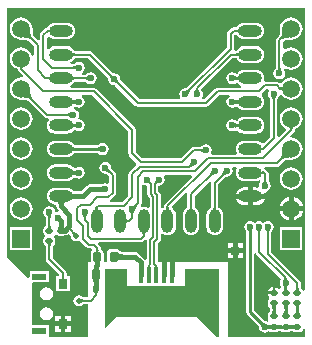
<source format=gtl>
G04*
G04 #@! TF.GenerationSoftware,Altium Limited,Altium Designer,19.1.9 (167)*
G04*
G04 Layer_Physical_Order=1*
G04 Layer_Color=255*
%FSLAX24Y24*%
%MOIN*%
G70*
G01*
G75*
%ADD10C,0.0059*%
%ADD11C,0.0079*%
%ADD12C,0.0098*%
%ADD29C,0.0197*%
G04:AMPARAMS|DCode=30|XSize=23.6mil|YSize=17.7mil|CornerRadius=4.4mil|HoleSize=0mil|Usage=FLASHONLY|Rotation=0.000|XOffset=0mil|YOffset=0mil|HoleType=Round|Shape=RoundedRectangle|*
%AMROUNDEDRECTD30*
21,1,0.0236,0.0089,0,0,0.0*
21,1,0.0148,0.0177,0,0,0.0*
1,1,0.0089,0.0074,-0.0044*
1,1,0.0089,-0.0074,-0.0044*
1,1,0.0089,-0.0074,0.0044*
1,1,0.0089,0.0074,0.0044*
%
%ADD30ROUNDEDRECTD30*%
%ADD31R,0.0315X0.0315*%
%ADD32O,0.0787X0.0394*%
%ADD33O,0.0394X0.0787*%
%ADD34R,0.0472X0.0236*%
%ADD35R,0.0315X0.0354*%
G04:AMPARAMS|DCode=36|XSize=35.4mil|YSize=27.6mil|CornerRadius=6.9mil|HoleSize=0mil|Usage=FLASHONLY|Rotation=90.000|XOffset=0mil|YOffset=0mil|HoleType=Round|Shape=RoundedRectangle|*
%AMROUNDEDRECTD36*
21,1,0.0354,0.0138,0,0,90.0*
21,1,0.0217,0.0276,0,0,90.0*
1,1,0.0138,0.0069,0.0108*
1,1,0.0138,0.0069,-0.0108*
1,1,0.0138,-0.0069,-0.0108*
1,1,0.0138,-0.0069,0.0108*
%
%ADD36ROUNDEDRECTD36*%
%ADD37R,0.0157X0.0531*%
%ADD38R,0.0571X0.0512*%
%ADD39R,0.0630X0.0551*%
%ADD40C,0.0157*%
%ADD41C,0.0039*%
%ADD42C,0.0591*%
%ADD43R,0.0591X0.0591*%
%ADD44C,0.0236*%
G36*
X1487Y10217D02*
X1486Y10221D01*
X1484Y10224D01*
X1481Y10227D01*
X1476Y10229D01*
X1469Y10232D01*
X1462Y10233D01*
X1453Y10235D01*
X1442Y10235D01*
X1417Y10236D01*
Y10315D01*
X1431Y10315D01*
X1453Y10317D01*
X1462Y10318D01*
X1469Y10320D01*
X1476Y10322D01*
X1481Y10324D01*
X1484Y10327D01*
X1486Y10330D01*
X1487Y10334D01*
Y10217D01*
D02*
G37*
G36*
X7794Y10197D02*
X7793Y10205D01*
X7791Y10211D01*
X7786Y10217D01*
X7780Y10222D01*
X7771Y10226D01*
X7761Y10230D01*
X7749Y10233D01*
X7735Y10235D01*
X7719Y10236D01*
X7702Y10236D01*
Y10315D01*
X7719Y10315D01*
X7749Y10318D01*
X7761Y10321D01*
X7771Y10325D01*
X7780Y10329D01*
X7786Y10334D01*
X7791Y10340D01*
X7793Y10346D01*
X7794Y10354D01*
Y10197D01*
D02*
G37*
G36*
X9998Y1625D02*
X9939Y1619D01*
X9934Y1647D01*
X9907Y1688D01*
X9866Y1715D01*
X9865Y1716D01*
Y1870D01*
X9865Y1870D01*
X9855Y1916D01*
X9829Y1955D01*
X8880Y2904D01*
Y3567D01*
X8881Y3570D01*
X8882Y3574D01*
X8884Y3578D01*
X8885Y3581D01*
X8888Y3585D01*
X8891Y3589D01*
X8893Y3593D01*
X8902Y3598D01*
X8945Y3663D01*
X8961Y3740D01*
X8945Y3817D01*
X8902Y3882D01*
X8837Y3926D01*
X8760Y3941D01*
X8683Y3926D01*
X8659Y3910D01*
X8612Y3885D01*
X8565Y3910D01*
X8541Y3926D01*
X8465Y3941D01*
X8388Y3926D01*
X8364Y3910D01*
X8317Y3885D01*
X8270Y3910D01*
X8246Y3926D01*
X8169Y3941D01*
X8092Y3926D01*
X8027Y3882D01*
X7984Y3817D01*
X7969Y3740D01*
X7984Y3663D01*
X8027Y3598D01*
X8034Y3594D01*
X8034Y3594D01*
X8035Y3592D01*
X8036Y3589D01*
X8037Y3585D01*
X8038Y3581D01*
X8039Y3577D01*
Y905D01*
X8049Y855D01*
X8077Y812D01*
X8454Y436D01*
X8456Y432D01*
X8459Y429D01*
X8460Y425D01*
X8461Y423D01*
X8462Y420D01*
X8462Y420D01*
X8461Y413D01*
X8476Y336D01*
X8519Y271D01*
X8585Y227D01*
X8661Y212D01*
X8738Y227D01*
X8803Y271D01*
X8805Y273D01*
X8835Y252D01*
X8883Y243D01*
X9031D01*
X9079Y252D01*
X9118Y279D01*
X9123Y280D01*
X9131Y281D01*
X9146Y282D01*
X9161D01*
X9176Y281D01*
X9184Y280D01*
X9189Y279D01*
X9229Y252D01*
X9277Y243D01*
X9424D01*
X9472Y252D01*
X9512Y279D01*
X9517Y280D01*
X9525Y281D01*
X9540Y282D01*
X9554D01*
X9570Y281D01*
X9578Y280D01*
X9582Y279D01*
X9622Y252D01*
X9670Y243D01*
X9818D01*
X9866Y252D01*
X9907Y280D01*
X9934Y320D01*
X9939Y348D01*
X9998Y343D01*
Y80D01*
X7421D01*
Y2559D01*
X5091D01*
Y3204D01*
X5157Y3270D01*
X5181Y3306D01*
X5189Y3348D01*
Y3490D01*
X5248Y3520D01*
X5274Y3499D01*
X5341Y3472D01*
X5413Y3462D01*
X5485Y3472D01*
X5552Y3499D01*
X5610Y3544D01*
X5654Y3601D01*
X5682Y3668D01*
X5691Y3740D01*
Y4134D01*
X5682Y4206D01*
X5654Y4273D01*
X5610Y4330D01*
X5586Y4348D01*
X5579Y4424D01*
X6031Y4876D01*
X6085Y4847D01*
X6080Y4823D01*
X6080Y4823D01*
Y4385D01*
X6080Y4382D01*
X6062Y4375D01*
X6004Y4330D01*
X5960Y4273D01*
X5932Y4206D01*
X5923Y4134D01*
Y3740D01*
X5932Y3668D01*
X5960Y3601D01*
X6004Y3544D01*
X6062Y3499D01*
X6129Y3472D01*
X6201Y3462D01*
X6273Y3472D01*
X6340Y3499D01*
X6397Y3544D01*
X6442Y3601D01*
X6469Y3668D01*
X6479Y3740D01*
Y4134D01*
X6469Y4206D01*
X6442Y4273D01*
X6397Y4330D01*
X6340Y4375D01*
X6322Y4382D01*
X6321Y4388D01*
Y4773D01*
X6818Y5270D01*
X6873Y5241D01*
X6868Y5217D01*
X6868Y5217D01*
Y4385D01*
X6868Y4382D01*
X6849Y4375D01*
X6792Y4330D01*
X6747Y4273D01*
X6720Y4206D01*
X6710Y4134D01*
Y3740D01*
X6720Y3668D01*
X6747Y3601D01*
X6792Y3544D01*
X6849Y3499D01*
X6916Y3472D01*
X6988Y3462D01*
X7060Y3472D01*
X7127Y3499D01*
X7185Y3544D01*
X7229Y3601D01*
X7257Y3668D01*
X7266Y3740D01*
Y4134D01*
X7257Y4206D01*
X7229Y4273D01*
X7185Y4330D01*
X7127Y4375D01*
X7109Y4382D01*
X7109Y4388D01*
Y5167D01*
X7344Y5402D01*
X7348Y5404D01*
X7351Y5406D01*
X7354Y5408D01*
X7358Y5409D01*
X7363Y5410D01*
X7368Y5411D01*
X7372Y5412D01*
X7382Y5410D01*
X7459Y5425D01*
X7524Y5468D01*
X7567Y5533D01*
X7583Y5610D01*
X7567Y5687D01*
X7563Y5694D01*
X7591Y5746D01*
X7708D01*
X7734Y5693D01*
X7732Y5690D01*
X7704Y5623D01*
X7694Y5551D01*
X7704Y5479D01*
X7732Y5412D01*
X7776Y5355D01*
X7833Y5310D01*
X7901Y5283D01*
X7972Y5273D01*
X8366D01*
X8438Y5283D01*
X8481Y5300D01*
X8488Y5293D01*
X8513Y5250D01*
X8476Y5195D01*
X8461Y5118D01*
X8463Y5106D01*
X8461Y5100D01*
X8413Y5055D01*
X8366Y5062D01*
X8248D01*
Y4843D01*
X8653D01*
X8646Y4860D01*
X8649Y4873D01*
X8684Y4922D01*
X8738Y4933D01*
X8803Y4976D01*
X8847Y5041D01*
X8862Y5118D01*
X8847Y5195D01*
X8803Y5260D01*
X8795Y5266D01*
X8792Y5269D01*
X8789Y5273D01*
X8787Y5277D01*
X8785Y5281D01*
X8784Y5284D01*
X8783Y5288D01*
X8782Y5292D01*
Y5512D01*
X8773Y5558D01*
X8747Y5597D01*
X8707Y5636D01*
X8668Y5662D01*
X8656Y5665D01*
X8644Y5687D01*
X8679Y5746D01*
X9051D01*
X9051Y5746D01*
X9097Y5755D01*
X9136Y5781D01*
X9296Y5941D01*
X9297Y5942D01*
X9306Y5947D01*
X9320Y5954D01*
X9338Y5960D01*
X9361Y5966D01*
X9388Y5970D01*
X9418Y5974D01*
X9494Y5979D01*
X9527Y5979D01*
X9539Y5977D01*
X9637Y5990D01*
X9728Y6028D01*
X9806Y6088D01*
X9866Y6166D01*
X9904Y6257D01*
X9917Y6354D01*
X9904Y6452D01*
X9866Y6543D01*
X9806Y6621D01*
X9728Y6681D01*
X9637Y6719D01*
X9544Y6731D01*
X9530Y6751D01*
X9513Y6784D01*
X9625Y6895D01*
X9625Y6895D01*
X9651Y6934D01*
X9660Y6980D01*
X9662Y7000D01*
X9665Y7001D01*
X9728Y7028D01*
X9806Y7088D01*
X9866Y7166D01*
X9904Y7257D01*
X9917Y7354D01*
X9904Y7452D01*
X9866Y7543D01*
X9806Y7621D01*
X9728Y7681D01*
X9637Y7719D01*
X9539Y7732D01*
X9442Y7719D01*
X9351Y7681D01*
X9273Y7621D01*
X9213Y7543D01*
X9175Y7452D01*
X9162Y7354D01*
X9175Y7257D01*
X9213Y7166D01*
X9273Y7088D01*
X9341Y7035D01*
X9358Y6969D01*
X9136Y6747D01*
X9077Y6772D01*
Y7996D01*
X9078Y8000D01*
X9079Y8003D01*
X9080Y8007D01*
X9082Y8010D01*
X9085Y8014D01*
X9087Y8019D01*
X9090Y8022D01*
X9099Y8027D01*
X9142Y8092D01*
X9154Y8153D01*
X9205Y8164D01*
X9214Y8164D01*
X9273Y8088D01*
X9351Y8028D01*
X9442Y7990D01*
X9539Y7977D01*
X9637Y7990D01*
X9728Y8028D01*
X9806Y8088D01*
X9866Y8166D01*
X9904Y8257D01*
X9917Y8354D01*
X9904Y8452D01*
X9866Y8543D01*
X9806Y8621D01*
X9728Y8681D01*
X9637Y8719D01*
X9539Y8732D01*
X9442Y8719D01*
X9351Y8681D01*
X9273Y8621D01*
X9220Y8553D01*
X9154Y8536D01*
X9140Y8550D01*
X9101Y8576D01*
X9055Y8585D01*
X9055Y8585D01*
X8680D01*
X8650Y8615D01*
X8645Y8620D01*
X8636Y8640D01*
X8644Y8701D01*
X8635Y8773D01*
X8607Y8840D01*
X8563Y8897D01*
X8505Y8942D01*
X8438Y8969D01*
X8366Y8979D01*
X7972D01*
X7901Y8969D01*
X7833Y8942D01*
X7776Y8897D01*
X7763Y8880D01*
X7723Y8845D01*
X7683Y8868D01*
X7656Y8886D01*
X7579Y8901D01*
X7502Y8886D01*
X7437Y8843D01*
X7393Y8778D01*
X7378Y8701D01*
X7393Y8624D01*
X7437Y8559D01*
X7502Y8515D01*
X7579Y8500D01*
X7656Y8515D01*
X7683Y8534D01*
X7723Y8557D01*
X7763Y8521D01*
X7776Y8504D01*
X7833Y8460D01*
X7865Y8447D01*
X7853Y8388D01*
X7087D01*
X7041Y8379D01*
X7001Y8353D01*
X7001Y8353D01*
X6643Y7995D01*
X6586Y7999D01*
X6557Y8054D01*
X6583Y8092D01*
X6598Y8169D01*
X6583Y8246D01*
X6540Y8311D01*
X6566Y8364D01*
X7570Y9368D01*
X7721D01*
X7724Y9368D01*
X7732Y9349D01*
X7776Y9292D01*
X7833Y9247D01*
X7901Y9220D01*
X7972Y9210D01*
X8366D01*
X8438Y9220D01*
X8505Y9247D01*
X8563Y9292D01*
X8607Y9349D01*
X8635Y9416D01*
X8644Y9488D01*
X8635Y9560D01*
X8607Y9627D01*
X8563Y9685D01*
X8505Y9729D01*
X8438Y9757D01*
X8366Y9766D01*
X7972D01*
X7901Y9757D01*
X7833Y9729D01*
X7776Y9685D01*
X7732Y9627D01*
X7695Y9618D01*
X7670Y9618D01*
X7637Y9668D01*
X7640Y9685D01*
Y10127D01*
X7668Y10155D01*
X7721D01*
X7724Y10155D01*
X7732Y10137D01*
X7776Y10079D01*
X7833Y10035D01*
X7901Y10007D01*
X7972Y9998D01*
X8366D01*
X8438Y10007D01*
X8505Y10035D01*
X8563Y10079D01*
X8607Y10137D01*
X8635Y10204D01*
X8644Y10276D01*
X8635Y10348D01*
X8607Y10415D01*
X8563Y10472D01*
X8505Y10516D01*
X8438Y10544D01*
X8366Y10554D01*
X7972D01*
X7901Y10544D01*
X7833Y10516D01*
X7776Y10472D01*
X7732Y10415D01*
X7724Y10397D01*
X7719Y10396D01*
X7618D01*
X7618Y10396D01*
X7572Y10387D01*
X7533Y10361D01*
X7435Y10262D01*
X7408Y10223D01*
X7399Y10177D01*
X7399Y10177D01*
Y9735D01*
X6041Y8377D01*
X6038Y8375D01*
X6035Y8373D01*
X6031Y8372D01*
X6027Y8370D01*
X6023Y8369D01*
X6018Y8368D01*
X6014Y8368D01*
X6004Y8370D01*
X5927Y8355D01*
X5862Y8311D01*
X5819Y8246D01*
X5803Y8169D01*
X5819Y8092D01*
X5845Y8054D01*
X5813Y7994D01*
X4479D01*
X3850Y8624D01*
X3847Y8627D01*
X3846Y8630D01*
X3844Y8634D01*
X3843Y8638D01*
X3842Y8642D01*
X3841Y8647D01*
X3840Y8651D01*
X3842Y8661D01*
X3827Y8738D01*
X3784Y8803D01*
X3719Y8847D01*
X3642Y8862D01*
X3632Y8860D01*
X3628Y8861D01*
X3623Y8861D01*
X3618Y8862D01*
X3614Y8864D01*
X3611Y8865D01*
X3607Y8867D01*
X3604Y8869D01*
X2900Y9573D01*
X2861Y9599D01*
X2815Y9609D01*
X2815Y9609D01*
X2318D01*
X2315Y9609D01*
X2308Y9627D01*
X2263Y9685D01*
X2206Y9729D01*
X2139Y9757D01*
X2067Y9766D01*
X1673D01*
X1601Y9757D01*
X1534Y9729D01*
X1477Y9685D01*
X1459Y9662D01*
X1400Y9682D01*
Y10043D01*
X1422Y10063D01*
X1477Y10079D01*
X1534Y10035D01*
X1601Y10007D01*
X1673Y9998D01*
X2067D01*
X2139Y10007D01*
X2206Y10035D01*
X2263Y10079D01*
X2308Y10137D01*
X2335Y10204D01*
X2345Y10276D01*
X2335Y10348D01*
X2308Y10415D01*
X2263Y10472D01*
X2206Y10516D01*
X2139Y10544D01*
X2067Y10554D01*
X1673D01*
X1601Y10544D01*
X1534Y10516D01*
X1477Y10472D01*
X1433Y10415D01*
X1425Y10396D01*
X1417D01*
X1417Y10396D01*
X1371Y10387D01*
X1332Y10361D01*
X1332Y10361D01*
X1194Y10223D01*
X1168Y10184D01*
X1159Y10138D01*
X1159Y10138D01*
Y9982D01*
X1105Y9959D01*
X953Y10111D01*
X952Y10112D01*
X946Y10121D01*
X940Y10135D01*
X934Y10153D01*
X928Y10176D01*
X923Y10203D01*
X919Y10233D01*
X915Y10309D01*
X915Y10342D01*
X917Y10354D01*
X904Y10452D01*
X866Y10543D01*
X806Y10621D01*
X728Y10681D01*
X637Y10719D01*
X539Y10732D01*
X442Y10719D01*
X351Y10681D01*
X273Y10621D01*
X213Y10543D01*
X175Y10452D01*
X162Y10354D01*
X175Y10257D01*
X213Y10166D01*
X273Y10088D01*
X351Y10028D01*
X442Y9990D01*
X539Y9977D01*
X552Y9979D01*
X585Y9979D01*
X661Y9974D01*
X691Y9970D01*
X718Y9966D01*
X741Y9960D01*
X759Y9954D01*
X772Y9947D01*
X781Y9942D01*
X782Y9941D01*
X962Y9761D01*
Y9460D01*
X904Y9452D01*
X866Y9543D01*
X806Y9621D01*
X728Y9681D01*
X637Y9719D01*
X539Y9732D01*
X442Y9719D01*
X351Y9681D01*
X273Y9621D01*
X213Y9543D01*
X175Y9452D01*
X162Y9354D01*
X175Y9257D01*
X213Y9166D01*
X273Y9088D01*
X351Y9028D01*
X421Y8999D01*
X428Y8962D01*
X454Y8923D01*
X593Y8784D01*
X565Y8728D01*
X539Y8732D01*
X442Y8719D01*
X351Y8681D01*
X273Y8621D01*
X213Y8543D01*
X175Y8452D01*
X162Y8354D01*
X175Y8257D01*
X213Y8166D01*
X273Y8088D01*
X351Y8028D01*
X442Y7990D01*
X539Y7977D01*
X552Y7979D01*
X585Y7979D01*
X661Y7974D01*
X691Y7970D01*
X718Y7966D01*
X741Y7960D01*
X759Y7954D01*
X772Y7947D01*
X781Y7942D01*
X782Y7941D01*
X1328Y7395D01*
X1328Y7395D01*
X1367Y7369D01*
X1413Y7360D01*
X1432D01*
X1460Y7301D01*
X1433Y7265D01*
X1405Y7198D01*
X1395Y7126D01*
X1405Y7054D01*
X1433Y6987D01*
X1477Y6929D01*
X1534Y6885D01*
X1601Y6857D01*
X1673Y6848D01*
X2067D01*
X2139Y6857D01*
X2206Y6885D01*
X2263Y6929D01*
X2277Y6947D01*
X2316Y6982D01*
X2357Y6959D01*
X2384Y6941D01*
X2461Y6925D01*
X2537Y6941D01*
X2603Y6984D01*
X2646Y7049D01*
X2661Y7126D01*
X2646Y7203D01*
X2603Y7268D01*
X2537Y7311D01*
X2468Y7325D01*
X2449Y7352D01*
X2435Y7382D01*
X2449Y7404D01*
X2464Y7480D01*
X2449Y7557D01*
X2406Y7622D01*
X2341Y7666D01*
X2310Y7672D01*
X2302Y7697D01*
X2303Y7736D01*
X2331Y7761D01*
X2357Y7746D01*
X2384Y7728D01*
X2461Y7713D01*
X2537Y7728D01*
X2603Y7771D01*
X2646Y7837D01*
X2661Y7913D01*
X2646Y7990D01*
X2603Y8055D01*
X2553Y8088D01*
X2571Y8147D01*
X2903D01*
X4112Y6938D01*
Y6201D01*
X4112Y6201D01*
X4121Y6155D01*
X4147Y6116D01*
X4380Y5883D01*
X4375Y5805D01*
X4147Y5577D01*
X4121Y5538D01*
X4112Y5492D01*
X4112Y5492D01*
Y4774D01*
X3907Y4569D01*
X3512D01*
X3494Y4628D01*
X3510Y4639D01*
X3668Y4797D01*
X3668Y4797D01*
X3694Y4836D01*
X3703Y4882D01*
X3703Y4882D01*
Y5472D01*
X3703Y5472D01*
X3694Y5519D01*
X3668Y5558D01*
X3668Y5558D01*
X3554Y5671D01*
X3552Y5674D01*
X3550Y5678D01*
X3549Y5681D01*
X3548Y5685D01*
X3546Y5690D01*
X3546Y5695D01*
X3545Y5699D01*
X3547Y5709D01*
X3532Y5785D01*
X3488Y5851D01*
X3423Y5894D01*
X3346Y5909D01*
X3270Y5894D01*
X3205Y5851D01*
X3161Y5785D01*
X3146Y5709D01*
X3161Y5632D01*
X3205Y5567D01*
X3270Y5523D01*
X3346Y5508D01*
X3356Y5510D01*
X3361Y5510D01*
X3366Y5509D01*
X3370Y5508D01*
X3374Y5506D01*
X3377Y5505D01*
X3381Y5503D01*
X3384Y5501D01*
X3462Y5423D01*
Y5225D01*
X3403Y5189D01*
X3346Y5201D01*
X3270Y5185D01*
X3234Y5162D01*
X3215Y5161D01*
X2835D01*
X2835Y5161D01*
X2773Y5148D01*
X2721Y5114D01*
X2532Y4924D01*
X2352D01*
X2331Y4926D01*
X2303Y4929D01*
X2285Y4932D01*
X2263Y4960D01*
X2206Y5005D01*
X2139Y5032D01*
X2067Y5042D01*
X1673D01*
X1601Y5032D01*
X1534Y5005D01*
X1477Y4960D01*
X1433Y4903D01*
X1405Y4836D01*
X1395Y4764D01*
X1405Y4692D01*
X1433Y4625D01*
X1477Y4567D01*
X1534Y4523D01*
X1601Y4495D01*
X1673Y4486D01*
X1707D01*
X1710Y4460D01*
Y4429D01*
X1710Y4429D01*
X1722Y4368D01*
X1757Y4316D01*
X1782Y4290D01*
X1775Y4262D01*
X1758Y4231D01*
X1734Y4226D01*
X1685Y4231D01*
X1670Y4269D01*
X1662Y4309D01*
X1618Y4374D01*
X1553Y4418D01*
X1476Y4433D01*
X1400Y4418D01*
X1334Y4374D01*
X1291Y4309D01*
X1276Y4232D01*
X1291Y4155D01*
X1334Y4090D01*
X1343Y4085D01*
X1346Y4081D01*
X1349Y4077D01*
X1351Y4073D01*
X1353Y4070D01*
X1354Y4066D01*
X1355Y4062D01*
X1356Y4059D01*
Y3783D01*
X1355Y3782D01*
X1314Y3755D01*
X1287Y3714D01*
X1277Y3666D01*
Y3578D01*
X1287Y3530D01*
X1314Y3489D01*
X1330Y3479D01*
Y3411D01*
X1314Y3401D01*
X1287Y3360D01*
X1277Y3312D01*
Y3223D01*
X1287Y3175D01*
X1314Y3135D01*
X1355Y3108D01*
X1356Y3107D01*
Y2657D01*
X1356Y2657D01*
X1365Y2611D01*
X1391Y2572D01*
X1798Y2165D01*
X1783Y2106D01*
X1693D01*
Y1594D01*
X2165D01*
Y2106D01*
X2050D01*
Y2205D01*
X2040Y2251D01*
X2014Y2290D01*
X2014Y2290D01*
X1597Y2707D01*
Y3107D01*
X1598Y3108D01*
X1639Y3135D01*
X1666Y3175D01*
X1676Y3223D01*
Y3312D01*
X1666Y3360D01*
X1639Y3401D01*
X1649Y3462D01*
X1678Y3489D01*
X1708D01*
X1748Y3462D01*
X1796Y3452D01*
X1944D01*
X1990Y3461D01*
X2008D01*
X2008Y3461D01*
X2069Y3474D01*
X2121Y3509D01*
X2125Y3512D01*
X2165Y3471D01*
X2166Y3471D01*
X2169Y3466D01*
X2172Y3461D01*
X2175Y3455D01*
X2178Y3449D01*
X2180Y3443D01*
X2182Y3436D01*
X2184Y3428D01*
X2186Y3418D01*
X2188Y3410D01*
X2195Y3376D01*
X2234Y3317D01*
X2293Y3278D01*
X2362Y3264D01*
X2431Y3278D01*
X2435Y3281D01*
X2513Y3262D01*
X2513Y3261D01*
X2710Y3064D01*
X2710Y3064D01*
X2749Y3038D01*
X2795Y3029D01*
X2877D01*
X2896Y2971D01*
X2863Y2922D01*
X2851Y2864D01*
Y2648D01*
X2857Y2618D01*
X2818Y2559D01*
X2756D01*
Y1400D01*
X2619D01*
X2618Y1400D01*
X2612Y1401D01*
X2606Y1402D01*
X2600Y1404D01*
X2594Y1407D01*
X2588Y1410D01*
X2582Y1413D01*
X2575Y1417D01*
X2566Y1424D01*
X2559Y1427D01*
X2530Y1446D01*
X2461Y1460D01*
X2392Y1446D01*
X2333Y1407D01*
X2294Y1349D01*
X2280Y1280D01*
X2294Y1210D01*
X2333Y1152D01*
X2392Y1113D01*
X2461Y1099D01*
X2530Y1113D01*
X2559Y1132D01*
X2566Y1136D01*
X2575Y1142D01*
X2582Y1146D01*
X2588Y1149D01*
X2594Y1152D01*
X2600Y1155D01*
X2606Y1157D01*
X2612Y1158D01*
X2618Y1159D01*
X2619Y1159D01*
X2756D01*
Y80D01*
X1457D01*
Y472D01*
X907D01*
Y1870D01*
X923Y1890D01*
X1457D01*
Y2283D01*
X827D01*
Y2061D01*
X772Y2038D01*
X80Y2730D01*
Y11024D01*
X9998Y11024D01*
Y1625D01*
D02*
G37*
G36*
X835Y10306D02*
X839Y10226D01*
X844Y10191D01*
X850Y10159D01*
X857Y10130D01*
X865Y10105D01*
X875Y10084D01*
X887Y10065D01*
X899Y10050D01*
X844Y9994D01*
X829Y10007D01*
X810Y10018D01*
X788Y10028D01*
X763Y10037D01*
X735Y10044D01*
X703Y10050D01*
X668Y10054D01*
X588Y10059D01*
X542Y10059D01*
X835Y10351D01*
X835Y10306D01*
D02*
G37*
G36*
X7794Y9410D02*
X7793Y9417D01*
X7791Y9424D01*
X7786Y9430D01*
X7780Y9435D01*
X7771Y9439D01*
X7761Y9443D01*
X7749Y9445D01*
X7735Y9447D01*
X7719Y9448D01*
X7702Y9449D01*
Y9528D01*
X7719Y9528D01*
X7749Y9531D01*
X7761Y9534D01*
X7771Y9537D01*
X7780Y9542D01*
X7786Y9547D01*
X7791Y9552D01*
X7793Y9559D01*
X7794Y9566D01*
Y9410D01*
D02*
G37*
G36*
X2246Y9559D02*
X2249Y9552D01*
X2253Y9547D01*
X2260Y9542D01*
X2268Y9537D01*
X2278Y9534D01*
X2290Y9531D01*
X2304Y9529D01*
X2320Y9528D01*
X2338Y9528D01*
Y9449D01*
X2320Y9448D01*
X2290Y9445D01*
X2278Y9443D01*
X2268Y9439D01*
X2260Y9435D01*
X2253Y9430D01*
X2249Y9424D01*
X2246Y9417D01*
X2245Y9410D01*
Y9566D01*
X2246Y9559D01*
D02*
G37*
G36*
X595Y9064D02*
X592Y9062D01*
X589Y9058D01*
X586Y9054D01*
X584Y9049D01*
X582Y9043D01*
X581Y9035D01*
X580Y9027D01*
X579Y9018D01*
X579Y9008D01*
X500D01*
X500Y9018D01*
X498Y9035D01*
X497Y9043D01*
X495Y9049D01*
X493Y9054D01*
X490Y9058D01*
X487Y9062D01*
X484Y9064D01*
X480Y9065D01*
X599D01*
X595Y9064D01*
D02*
G37*
G36*
X2376Y8972D02*
X2368Y8981D01*
X2359Y8988D01*
X2350Y8995D01*
X2340Y9000D01*
X2331Y9005D01*
X2321Y9009D01*
X2310Y9012D01*
X2300Y9014D01*
X2289Y9015D01*
X2278Y9016D01*
Y9094D01*
X2289Y9095D01*
X2300Y9096D01*
X2310Y9098D01*
X2321Y9101D01*
X2331Y9105D01*
X2340Y9110D01*
X2350Y9116D01*
X2359Y9122D01*
X2368Y9130D01*
X2376Y9138D01*
Y8972D01*
D02*
G37*
G36*
X7803Y8603D02*
X7801Y8612D01*
X7798Y8620D01*
X7792Y8628D01*
X7783Y8634D01*
X7773Y8639D01*
X7760Y8644D01*
X7744Y8647D01*
X7728Y8649D01*
X7723Y8649D01*
X7713Y8646D01*
X7703Y8643D01*
X7694Y8640D01*
X7685Y8635D01*
X7677Y8630D01*
X7670Y8624D01*
X7663Y8618D01*
Y8783D01*
X7670Y8777D01*
X7677Y8771D01*
X7685Y8766D01*
X7694Y8762D01*
X7703Y8758D01*
X7713Y8755D01*
X7723Y8753D01*
X7726Y8753D01*
X7744Y8754D01*
X7760Y8758D01*
X7773Y8762D01*
X7783Y8768D01*
X7792Y8774D01*
X7798Y8781D01*
X7801Y8789D01*
X7803Y8799D01*
Y8603D01*
D02*
G37*
G36*
X3549Y8811D02*
X3557Y8804D01*
X3566Y8798D01*
X3575Y8793D01*
X3585Y8789D01*
X3595Y8785D01*
X3606Y8783D01*
X3617Y8781D01*
X3629Y8780D01*
X3641Y8780D01*
X3524Y8663D01*
X3523Y8675D01*
X3522Y8686D01*
X3520Y8697D01*
X3518Y8708D01*
X3514Y8718D01*
X3510Y8728D01*
X3505Y8737D01*
X3499Y8746D01*
X3492Y8754D01*
X3485Y8762D01*
X3541Y8818D01*
X3549Y8811D01*
D02*
G37*
G36*
X2246Y8772D02*
X2249Y8765D01*
X2253Y8759D01*
X2260Y8754D01*
X2268Y8750D01*
X2278Y8746D01*
X2290Y8744D01*
X2304Y8742D01*
X2320Y8741D01*
X2338Y8740D01*
Y8661D01*
X2320Y8661D01*
X2290Y8658D01*
X2278Y8655D01*
X2268Y8652D01*
X2260Y8647D01*
X2253Y8642D01*
X2249Y8637D01*
X2246Y8630D01*
X2245Y8622D01*
Y8779D01*
X2246Y8772D01*
D02*
G37*
G36*
X1495Y8622D02*
X1494Y8630D01*
X1491Y8637D01*
X1487Y8642D01*
X1480Y8647D01*
X1472Y8652D01*
X1462Y8655D01*
X1450Y8658D01*
X1436Y8660D01*
X1420Y8661D01*
X1402Y8661D01*
Y8740D01*
X1420Y8741D01*
X1450Y8744D01*
X1462Y8746D01*
X1472Y8750D01*
X1480Y8754D01*
X1487Y8759D01*
X1491Y8765D01*
X1494Y8772D01*
X1495Y8779D01*
Y8622D01*
D02*
G37*
G36*
X2770Y8618D02*
X2761Y8626D01*
X2752Y8634D01*
X2743Y8640D01*
X2734Y8646D01*
X2724Y8651D01*
X2714Y8654D01*
X2704Y8658D01*
X2694Y8660D01*
X2683Y8661D01*
X2672Y8661D01*
Y8740D01*
X2683Y8741D01*
X2694Y8742D01*
X2704Y8744D01*
X2714Y8747D01*
X2724Y8751D01*
X2734Y8756D01*
X2743Y8761D01*
X2752Y8768D01*
X2761Y8775D01*
X2770Y8783D01*
Y8618D01*
D02*
G37*
G36*
X3760Y8648D02*
X3761Y8637D01*
X3763Y8626D01*
X3766Y8615D01*
X3769Y8605D01*
X3773Y8595D01*
X3778Y8586D01*
X3784Y8577D01*
X3791Y8568D01*
X3798Y8560D01*
X3743Y8505D01*
X3735Y8512D01*
X3726Y8519D01*
X3717Y8525D01*
X3708Y8530D01*
X3698Y8534D01*
X3688Y8537D01*
X3677Y8540D01*
X3666Y8542D01*
X3655Y8543D01*
X3643Y8543D01*
X3760Y8660D01*
X3760Y8648D01*
D02*
G37*
G36*
X3434Y8699D02*
X3436Y8696D01*
X3438Y8692D01*
X3439Y8689D01*
X3441Y8685D01*
X3442Y8681D01*
X3443Y8676D01*
X3443Y8671D01*
X3441Y8661D01*
X3456Y8585D01*
X3500Y8519D01*
X3565Y8476D01*
X3642Y8461D01*
X3652Y8463D01*
X3656Y8462D01*
X3661Y8461D01*
X3665Y8460D01*
X3669Y8459D01*
X3673Y8457D01*
X3676Y8456D01*
X3679Y8454D01*
X4344Y7789D01*
X4383Y7763D01*
X4429Y7754D01*
X6693D01*
X6693Y7754D01*
X6739Y7763D01*
X6778Y7789D01*
X7136Y8147D01*
X7468D01*
X7486Y8088D01*
X7437Y8055D01*
X7393Y7990D01*
X7378Y7913D01*
X7393Y7837D01*
X7437Y7771D01*
X7502Y7728D01*
X7579Y7713D01*
X7656Y7728D01*
X7683Y7746D01*
X7723Y7769D01*
X7763Y7734D01*
X7776Y7717D01*
X7833Y7673D01*
X7901Y7645D01*
X7972Y7635D01*
X8366D01*
X8438Y7645D01*
X8505Y7673D01*
X8563Y7717D01*
X8607Y7774D01*
X8635Y7841D01*
X8644Y7913D01*
X8635Y7985D01*
X8607Y8052D01*
X8563Y8110D01*
X8556Y8115D01*
X8551Y8169D01*
X8556Y8189D01*
X8711Y8344D01*
X8768Y8339D01*
X8797Y8285D01*
X8771Y8246D01*
X8756Y8169D01*
X8771Y8092D01*
X8815Y8027D01*
X8823Y8022D01*
X8826Y8019D01*
X8829Y8014D01*
X8831Y8010D01*
X8833Y8007D01*
X8834Y8003D01*
X8836Y8000D01*
X8836Y7996D01*
Y6743D01*
X8623Y6530D01*
X8564Y6533D01*
X8563Y6535D01*
X8505Y6579D01*
X8438Y6607D01*
X8366Y6617D01*
X7972D01*
X7901Y6607D01*
X7833Y6579D01*
X7776Y6535D01*
X7732Y6478D01*
X7704Y6411D01*
X7694Y6339D01*
X7704Y6267D01*
X7732Y6200D01*
X7734Y6197D01*
X7708Y6144D01*
X6897D01*
X6865Y6203D01*
X6878Y6222D01*
X6894Y6299D01*
X6878Y6376D01*
X6835Y6441D01*
X6770Y6485D01*
X6693Y6500D01*
X6616Y6485D01*
X6551Y6441D01*
X6545Y6433D01*
X6542Y6430D01*
X6538Y6427D01*
X6534Y6425D01*
X6530Y6423D01*
X6527Y6421D01*
X6523Y6420D01*
X6519Y6420D01*
X6299D01*
X6253Y6410D01*
X6214Y6384D01*
X6214Y6384D01*
X5856Y6026D01*
X4577D01*
X4353Y6251D01*
Y6988D01*
X4344Y7034D01*
X4317Y7073D01*
X4317Y7073D01*
X3038Y8353D01*
X2999Y8379D01*
X2953Y8388D01*
X2953Y8388D01*
X2187D01*
X2175Y8447D01*
X2206Y8460D01*
X2263Y8504D01*
X2308Y8562D01*
X2315Y8580D01*
X2321Y8580D01*
X2681D01*
X2685Y8580D01*
X2688Y8579D01*
X2692Y8577D01*
X2695Y8575D01*
X2699Y8573D01*
X2704Y8570D01*
X2707Y8567D01*
X2712Y8559D01*
X2778Y8515D01*
X2854Y8500D01*
X2931Y8515D01*
X2996Y8559D01*
X3040Y8624D01*
X3055Y8701D01*
X3040Y8778D01*
X2996Y8843D01*
X2931Y8886D01*
X2854Y8901D01*
X2778Y8886D01*
X2712Y8843D01*
X2707Y8834D01*
X2704Y8832D01*
X2699Y8829D01*
X2695Y8826D01*
X2692Y8824D01*
X2688Y8823D01*
X2685Y8822D01*
X2681Y8821D01*
X2571D01*
X2553Y8880D01*
X2603Y8913D01*
X2646Y8978D01*
X2661Y9055D01*
X2646Y9132D01*
X2603Y9197D01*
X2537Y9241D01*
X2461Y9256D01*
X2384Y9241D01*
X2319Y9197D01*
X2313Y9189D01*
X2310Y9186D01*
X2306Y9183D01*
X2302Y9181D01*
X2298Y9179D01*
X2294Y9177D01*
X2291Y9176D01*
X2287Y9176D01*
X2187D01*
X2175Y9235D01*
X2206Y9247D01*
X2263Y9292D01*
X2308Y9349D01*
X2315Y9367D01*
X2321Y9368D01*
X2765D01*
X3434Y8699D01*
D02*
G37*
G36*
X9259Y8262D02*
X9255Y8272D01*
X9250Y8281D01*
X9243Y8289D01*
X9236Y8296D01*
X9227Y8302D01*
X9217Y8307D01*
X9206Y8310D01*
X9193Y8313D01*
X9180Y8314D01*
X9165Y8315D01*
Y8394D01*
X9180Y8394D01*
X9193Y8396D01*
X9206Y8398D01*
X9217Y8402D01*
X9227Y8407D01*
X9236Y8413D01*
X9243Y8419D01*
X9250Y8427D01*
X9255Y8436D01*
X9259Y8446D01*
Y8262D01*
D02*
G37*
G36*
X6437Y8341D02*
X6439Y8330D01*
X6441Y8319D01*
X6444Y8309D01*
X6448Y8299D01*
X6453Y8290D01*
X6458Y8280D01*
X6465Y8271D01*
X6472Y8262D01*
X6480Y8254D01*
X6315D01*
X6323Y8262D01*
X6331Y8271D01*
X6337Y8280D01*
X6343Y8290D01*
X6347Y8299D01*
X6351Y8309D01*
X6354Y8319D01*
X6357Y8330D01*
X6358Y8341D01*
X6358Y8352D01*
X6437D01*
X6437Y8341D01*
D02*
G37*
G36*
X6161Y8270D02*
X6153Y8262D01*
X6147Y8254D01*
X6141Y8245D01*
X6136Y8236D01*
X6131Y8226D01*
X6128Y8216D01*
X6125Y8205D01*
X6123Y8194D01*
X6122Y8182D01*
X6122Y8170D01*
X6005Y8287D01*
X6017Y8288D01*
X6029Y8289D01*
X6040Y8291D01*
X6050Y8293D01*
X6060Y8297D01*
X6070Y8301D01*
X6079Y8306D01*
X6088Y8312D01*
X6097Y8319D01*
X6105Y8326D01*
X6161Y8270D01*
D02*
G37*
G36*
X835Y8306D02*
X839Y8226D01*
X844Y8191D01*
X850Y8159D01*
X857Y8130D01*
X865Y8105D01*
X875Y8084D01*
X887Y8065D01*
X899Y8050D01*
X844Y7994D01*
X829Y8007D01*
X810Y8018D01*
X788Y8028D01*
X763Y8037D01*
X735Y8044D01*
X703Y8050D01*
X668Y8054D01*
X588Y8059D01*
X542Y8059D01*
X835Y8351D01*
X835Y8306D01*
D02*
G37*
G36*
X9031Y8076D02*
X9024Y8067D01*
X9017Y8058D01*
X9012Y8049D01*
X9007Y8039D01*
X9003Y8029D01*
X9000Y8019D01*
X8998Y8009D01*
X8996Y7998D01*
X8996Y7987D01*
X8917D01*
X8917Y7998D01*
X8916Y8009D01*
X8913Y8019D01*
X8910Y8029D01*
X8906Y8039D01*
X8902Y8049D01*
X8896Y8058D01*
X8890Y8067D01*
X8882Y8076D01*
X8874Y8085D01*
X9039D01*
X9031Y8076D01*
D02*
G37*
G36*
X7803Y7815D02*
X7801Y7825D01*
X7798Y7833D01*
X7792Y7840D01*
X7783Y7847D01*
X7773Y7852D01*
X7760Y7856D01*
X7744Y7860D01*
X7728Y7862D01*
X7723Y7861D01*
X7713Y7859D01*
X7703Y7856D01*
X7694Y7852D01*
X7685Y7848D01*
X7677Y7843D01*
X7670Y7837D01*
X7663Y7831D01*
Y7996D01*
X7670Y7990D01*
X7677Y7984D01*
X7685Y7979D01*
X7694Y7975D01*
X7703Y7971D01*
X7713Y7968D01*
X7723Y7966D01*
X7726Y7965D01*
X7744Y7967D01*
X7760Y7970D01*
X7773Y7975D01*
X7783Y7980D01*
X7792Y7986D01*
X7798Y7994D01*
X7801Y8002D01*
X7803Y8011D01*
Y7815D01*
D02*
G37*
G36*
X2238Y8002D02*
X2242Y7994D01*
X2248Y7986D01*
X2256Y7980D01*
X2267Y7975D01*
X2280Y7970D01*
X2295Y7967D01*
X2311Y7965D01*
X2316Y7966D01*
X2327Y7968D01*
X2336Y7971D01*
X2346Y7975D01*
X2354Y7979D01*
X2362Y7984D01*
X2369Y7990D01*
X2376Y7996D01*
Y7831D01*
X2369Y7837D01*
X2362Y7843D01*
X2354Y7848D01*
X2346Y7852D01*
X2336Y7856D01*
X2327Y7859D01*
X2316Y7861D01*
X2313Y7862D01*
X2295Y7860D01*
X2280Y7856D01*
X2267Y7852D01*
X2256Y7847D01*
X2248Y7840D01*
X2242Y7833D01*
X2238Y7825D01*
X2237Y7815D01*
Y8011D01*
X2238Y8002D01*
D02*
G37*
G36*
X2179Y7398D02*
X2171Y7406D01*
X2162Y7413D01*
X2153Y7420D01*
X2143Y7425D01*
X2134Y7430D01*
X2124Y7434D01*
X2114Y7437D01*
X2103Y7439D01*
X2093Y7441D01*
X2082Y7441D01*
Y7520D01*
X2093Y7520D01*
X2103Y7521D01*
X2114Y7524D01*
X2124Y7527D01*
X2134Y7531D01*
X2143Y7535D01*
X2153Y7541D01*
X2162Y7547D01*
X2171Y7555D01*
X2179Y7563D01*
Y7398D01*
D02*
G37*
G36*
X2238Y7215D02*
X2242Y7206D01*
X2248Y7199D01*
X2256Y7193D01*
X2267Y7187D01*
X2280Y7183D01*
X2295Y7180D01*
X2311Y7177D01*
X2316Y7178D01*
X2327Y7181D01*
X2336Y7184D01*
X2346Y7187D01*
X2354Y7192D01*
X2362Y7197D01*
X2369Y7202D01*
X2376Y7209D01*
Y7043D01*
X2369Y7050D01*
X2362Y7055D01*
X2354Y7060D01*
X2346Y7065D01*
X2336Y7068D01*
X2327Y7071D01*
X2316Y7074D01*
X2313Y7074D01*
X2295Y7072D01*
X2280Y7069D01*
X2267Y7065D01*
X2256Y7059D01*
X2248Y7053D01*
X2242Y7046D01*
X2238Y7037D01*
X2237Y7028D01*
Y7224D01*
X2238Y7215D01*
D02*
G37*
G36*
X9621Y7070D02*
X9612Y7064D01*
X9604Y7058D01*
X9598Y7051D01*
X9592Y7042D01*
X9587Y7032D01*
X9583Y7021D01*
X9581Y7008D01*
X9579Y6995D01*
X9579Y6980D01*
X9500D01*
X9499Y6995D01*
X9498Y7008D01*
X9495Y7021D01*
X9492Y7032D01*
X9487Y7042D01*
X9481Y7051D01*
X9474Y7058D01*
X9466Y7064D01*
X9457Y7070D01*
X9448Y7074D01*
X9631D01*
X9621Y7070D01*
D02*
G37*
G36*
X6609Y6217D02*
X6600Y6225D01*
X6591Y6232D01*
X6582Y6239D01*
X6573Y6244D01*
X6563Y6249D01*
X6553Y6253D01*
X6543Y6256D01*
X6532Y6258D01*
X6522Y6259D01*
X6511Y6260D01*
Y6339D01*
X6522Y6339D01*
X6532Y6340D01*
X6543Y6342D01*
X6553Y6346D01*
X6563Y6349D01*
X6573Y6354D01*
X6582Y6360D01*
X6591Y6366D01*
X6600Y6374D01*
X6609Y6382D01*
Y6217D01*
D02*
G37*
G36*
X9536Y6059D02*
X9491Y6059D01*
X9411Y6054D01*
X9376Y6050D01*
X9344Y6044D01*
X9315Y6037D01*
X9290Y6028D01*
X9269Y6018D01*
X9250Y6007D01*
X9235Y5994D01*
X9179Y6050D01*
X9192Y6065D01*
X9203Y6083D01*
X9213Y6105D01*
X9222Y6130D01*
X9229Y6159D01*
X9235Y6191D01*
X9239Y6226D01*
X9244Y6306D01*
X9244Y6351D01*
X9536Y6059D01*
D02*
G37*
G36*
X6298Y5787D02*
X6286Y5787D01*
X6275Y5786D01*
X6264Y5784D01*
X6253Y5782D01*
X6243Y5778D01*
X6233Y5774D01*
X6224Y5769D01*
X6215Y5763D01*
X6206Y5756D01*
X6198Y5749D01*
X6143Y5804D01*
X6150Y5813D01*
X6157Y5821D01*
X6162Y5830D01*
X6168Y5839D01*
X6172Y5849D01*
X6175Y5859D01*
X6178Y5870D01*
X6180Y5881D01*
X6181Y5892D01*
X6181Y5904D01*
X6298Y5787D01*
D02*
G37*
G36*
X3465Y5696D02*
X3466Y5684D01*
X3468Y5673D01*
X3470Y5662D01*
X3474Y5652D01*
X3478Y5642D01*
X3483Y5633D01*
X3489Y5624D01*
X3496Y5616D01*
X3503Y5608D01*
X3447Y5552D01*
X3439Y5559D01*
X3431Y5566D01*
X3422Y5572D01*
X3413Y5577D01*
X3403Y5581D01*
X3393Y5585D01*
X3382Y5587D01*
X3371Y5589D01*
X3360Y5590D01*
X3348Y5591D01*
X3465Y5707D01*
X3465Y5696D01*
D02*
G37*
G36*
X8553Y5606D02*
X8555Y5603D01*
X8559Y5600D01*
X8564Y5597D01*
X8570Y5595D01*
X8578Y5594D01*
X8587Y5592D01*
X8597Y5591D01*
X8622Y5591D01*
Y5512D01*
X8609Y5512D01*
X8587Y5510D01*
X8578Y5509D01*
X8570Y5507D01*
X8564Y5505D01*
X8559Y5503D01*
X8555Y5500D01*
X8553Y5497D01*
X8553Y5493D01*
Y5609D01*
X8553Y5606D01*
D02*
G37*
G36*
X7381Y5492D02*
X7369Y5492D01*
X7357Y5491D01*
X7346Y5489D01*
X7336Y5486D01*
X7325Y5483D01*
X7316Y5479D01*
X7306Y5473D01*
X7297Y5468D01*
X7289Y5461D01*
X7281Y5454D01*
X7225Y5509D01*
X7233Y5517D01*
X7239Y5526D01*
X7245Y5535D01*
X7250Y5544D01*
X7254Y5554D01*
X7258Y5564D01*
X7261Y5575D01*
X7262Y5586D01*
X7264Y5597D01*
X7264Y5609D01*
X7381Y5492D01*
D02*
G37*
G36*
X6987D02*
X6975Y5492D01*
X6964Y5491D01*
X6953Y5489D01*
X6942Y5486D01*
X6932Y5483D01*
X6922Y5479D01*
X6913Y5473D01*
X6904Y5468D01*
X6895Y5461D01*
X6887Y5454D01*
X6831Y5509D01*
X6839Y5517D01*
X6846Y5526D01*
X6851Y5535D01*
X6856Y5544D01*
X6861Y5554D01*
X6864Y5564D01*
X6867Y5575D01*
X6869Y5586D01*
X6870Y5597D01*
X6870Y5609D01*
X6987Y5492D01*
D02*
G37*
G36*
X8701Y5289D02*
X8703Y5279D01*
X8705Y5268D01*
X8708Y5258D01*
X8712Y5248D01*
X8716Y5238D01*
X8722Y5229D01*
X8729Y5220D01*
X8736Y5211D01*
X8744Y5202D01*
X8579D01*
X8587Y5211D01*
X8594Y5220D01*
X8601Y5229D01*
X8606Y5238D01*
X8611Y5248D01*
X8615Y5258D01*
X8618Y5268D01*
X8620Y5279D01*
X8622Y5289D01*
X8622Y5300D01*
X8701D01*
X8701Y5289D01*
D02*
G37*
G36*
X5104Y5198D02*
X5094Y5198D01*
X5083Y5198D01*
X5073Y5198D01*
X5063Y5196D01*
X5053Y5193D01*
X5044Y5189D01*
X5035Y5185D01*
X5027Y5180D01*
X5019Y5173D01*
X5011Y5166D01*
X4969Y5208D01*
X4976Y5216D01*
X4983Y5224D01*
X4988Y5232D01*
X4993Y5241D01*
X4996Y5250D01*
X4999Y5260D01*
X5001Y5270D01*
X5002Y5280D01*
X5002Y5290D01*
X5001Y5301D01*
X5104Y5198D01*
D02*
G37*
G36*
X4841Y5290D02*
X4841Y5280D01*
X4842Y5270D01*
X4844Y5260D01*
X4846Y5250D01*
X4850Y5241D01*
X4854Y5232D01*
X4860Y5224D01*
X4866Y5216D01*
X4873Y5208D01*
X4831Y5166D01*
X4824Y5173D01*
X4816Y5180D01*
X4807Y5185D01*
X4798Y5189D01*
X4789Y5193D01*
X4780Y5196D01*
X4770Y5198D01*
X4760Y5198D01*
X4749Y5198D01*
X4738Y5198D01*
X4842Y5301D01*
X4841Y5290D01*
D02*
G37*
G36*
X3262Y4917D02*
X3261Y4918D01*
X3258Y4919D01*
X3254Y4919D01*
X3242Y4920D01*
X3201Y4921D01*
X3188Y4921D01*
Y5079D01*
X3262Y5083D01*
Y4917D01*
D02*
G37*
G36*
X2185Y4906D02*
X2191Y4892D01*
X2202Y4881D01*
X2218Y4871D01*
X2238Y4862D01*
X2262Y4855D01*
X2291Y4850D01*
X2324Y4846D01*
X2362Y4843D01*
X2404Y4843D01*
Y4685D01*
X2362Y4684D01*
X2291Y4678D01*
X2262Y4673D01*
X2238Y4666D01*
X2218Y4657D01*
X2202Y4647D01*
X2191Y4635D01*
X2185Y4622D01*
X2182Y4607D01*
Y4920D01*
X2185Y4906D01*
D02*
G37*
G36*
X1996Y4566D02*
X1986Y4562D01*
X1978Y4555D01*
X1970Y4545D01*
X1963Y4533D01*
X1958Y4518D01*
X1954Y4500D01*
X1951Y4479D01*
X1949Y4455D01*
X1949Y4429D01*
X1791D01*
X1791Y4455D01*
X1786Y4500D01*
X1782Y4518D01*
X1777Y4533D01*
X1770Y4545D01*
X1763Y4555D01*
X1754Y4562D01*
X1744Y4566D01*
X1733Y4568D01*
X2007D01*
X1996Y4566D01*
D02*
G37*
G36*
X4648Y5130D02*
X4724Y5114D01*
X4742Y5100D01*
Y4825D01*
X4750Y4783D01*
X4774Y4747D01*
X4831Y4691D01*
Y4399D01*
X4771Y4370D01*
X4765Y4375D01*
X4698Y4402D01*
X4626Y4412D01*
X4557Y4403D01*
X4540Y4418D01*
X4521Y4453D01*
X4540Y4481D01*
X4550Y4528D01*
Y5124D01*
X4609Y5156D01*
X4648Y5130D01*
D02*
G37*
G36*
X6230Y5416D02*
X5328Y4514D01*
X5302Y4475D01*
X5293Y4429D01*
X5293Y4429D01*
Y4386D01*
X5277Y4376D01*
X5276Y4375D01*
X5274Y4375D01*
X5273Y4373D01*
X5244Y4357D01*
X5189Y4384D01*
Y4793D01*
X5181Y4836D01*
X5157Y4871D01*
X5101Y4928D01*
Y5100D01*
X5118Y5114D01*
X5195Y5130D01*
X5260Y5173D01*
X5304Y5238D01*
X5319Y5315D01*
X5304Y5392D01*
X5291Y5411D01*
X5322Y5470D01*
X6207D01*
X6230Y5416D01*
D02*
G37*
G36*
X4389Y4432D02*
X4382Y4424D01*
X4375Y4415D01*
X4369Y4406D01*
X4364Y4397D01*
X4360Y4387D01*
X4356Y4377D01*
X4354Y4366D01*
X4352Y4355D01*
X4351Y4344D01*
X4350Y4332D01*
X4233Y4449D01*
X4245Y4449D01*
X4257Y4450D01*
X4268Y4452D01*
X4279Y4455D01*
X4289Y4458D01*
X4299Y4462D01*
X4308Y4467D01*
X4317Y4473D01*
X4325Y4480D01*
X4333Y4487D01*
X4389Y4432D01*
D02*
G37*
G36*
X3091Y4377D02*
X3092Y4354D01*
X3094Y4345D01*
X3095Y4338D01*
X3097Y4331D01*
X3100Y4327D01*
X3103Y4323D01*
X3106Y4321D01*
X3109Y4320D01*
X2993D01*
X2997Y4321D01*
X3000Y4323D01*
X3003Y4327D01*
X3005Y4331D01*
X3007Y4338D01*
X3009Y4345D01*
X3010Y4354D01*
X3011Y4365D01*
X3012Y4390D01*
X3091D01*
X3091Y4377D01*
D02*
G37*
G36*
X7028Y4387D02*
X7031Y4357D01*
X7034Y4345D01*
X7037Y4335D01*
X7042Y4327D01*
X7047Y4320D01*
X7052Y4316D01*
X7059Y4313D01*
X7066Y4312D01*
X6910D01*
X6917Y4313D01*
X6924Y4316D01*
X6930Y4320D01*
X6935Y4327D01*
X6939Y4335D01*
X6943Y4345D01*
X6945Y4357D01*
X6947Y4371D01*
X6948Y4387D01*
X6949Y4405D01*
X7028D01*
X7028Y4387D01*
D02*
G37*
G36*
X6241D02*
X6244Y4357D01*
X6246Y4345D01*
X6250Y4335D01*
X6254Y4327D01*
X6259Y4320D01*
X6265Y4316D01*
X6272Y4313D01*
X6279Y4312D01*
X6123D01*
X6130Y4313D01*
X6137Y4316D01*
X6142Y4320D01*
X6147Y4327D01*
X6152Y4335D01*
X6155Y4345D01*
X6158Y4357D01*
X6160Y4371D01*
X6161Y4387D01*
X6161Y4405D01*
X6240D01*
X6241Y4387D01*
D02*
G37*
G36*
X5453D02*
X5456Y4357D01*
X5459Y4345D01*
X5462Y4335D01*
X5467Y4327D01*
X5472Y4320D01*
X5478Y4316D01*
X5484Y4313D01*
X5492Y4312D01*
X5335D01*
X5343Y4313D01*
X5349Y4316D01*
X5355Y4320D01*
X5360Y4327D01*
X5364Y4335D01*
X5368Y4345D01*
X5371Y4357D01*
X5372Y4371D01*
X5374Y4387D01*
X5374Y4405D01*
X5453D01*
X5453Y4387D01*
D02*
G37*
G36*
X4307Y4238D02*
X4299Y4229D01*
X4293Y4220D01*
X4287Y4210D01*
X4282Y4201D01*
X4279Y4191D01*
X4276Y4181D01*
X4273Y4170D01*
X4272Y4159D01*
X4272Y4148D01*
X4193D01*
X4192Y4159D01*
X4191Y4170D01*
X4189Y4181D01*
X4186Y4191D01*
X4182Y4201D01*
X4177Y4210D01*
X4172Y4220D01*
X4165Y4229D01*
X4158Y4238D01*
X4150Y4246D01*
X4315D01*
X4307Y4238D01*
D02*
G37*
G36*
X2732Y4139D02*
X2725Y4130D01*
X2718Y4121D01*
X2712Y4112D01*
X2708Y4102D01*
X2704Y4092D01*
X2701Y4082D01*
X2699Y4072D01*
X2697Y4061D01*
X2697Y4050D01*
X2618D01*
X2618Y4061D01*
X2616Y4072D01*
X2614Y4082D01*
X2611Y4092D01*
X2607Y4102D01*
X2603Y4112D01*
X2597Y4121D01*
X2590Y4130D01*
X2583Y4139D01*
X2575Y4148D01*
X2740D01*
X2732Y4139D01*
D02*
G37*
G36*
X1551Y4139D02*
X1543Y4130D01*
X1537Y4121D01*
X1531Y4112D01*
X1527Y4102D01*
X1523Y4092D01*
X1520Y4082D01*
X1517Y4072D01*
X1516Y4061D01*
X1516Y4050D01*
X1437Y4050D01*
X1437Y4061D01*
X1435Y4072D01*
X1433Y4082D01*
X1430Y4092D01*
X1426Y4102D01*
X1421Y4112D01*
X1416Y4121D01*
X1409Y4130D01*
X1402Y4139D01*
X1394Y4148D01*
X1559Y4148D01*
X1551Y4139D01*
D02*
G37*
G36*
X4036Y4008D02*
X4038Y4002D01*
X4042Y3996D01*
X4048Y3991D01*
X4055Y3986D01*
X4063Y3983D01*
X4074Y3980D01*
X4086Y3978D01*
X4099Y3977D01*
X4115Y3976D01*
Y3898D01*
X4099Y3897D01*
X4086Y3896D01*
X4074Y3894D01*
X4063Y3891D01*
X4055Y3888D01*
X4048Y3883D01*
X4042Y3878D01*
X4038Y3872D01*
X4036Y3866D01*
X4035Y3858D01*
Y4016D01*
X4036Y4008D01*
D02*
G37*
G36*
X1516Y3774D02*
X1517Y3760D01*
X1519Y3748D01*
X1522Y3737D01*
X1526Y3728D01*
X1530Y3721D01*
X1535Y3715D01*
X1541Y3711D01*
X1547Y3709D01*
X1555Y3708D01*
X1398D01*
X1405Y3709D01*
X1412Y3711D01*
X1418Y3715D01*
X1423Y3721D01*
X1427Y3728D01*
X1431Y3737D01*
X1433Y3748D01*
X1435Y3760D01*
X1437Y3774D01*
X1437Y3789D01*
X1516D01*
X1516Y3774D01*
D02*
G37*
G36*
X1949Y3841D02*
X1955Y3775D01*
X1958Y3756D01*
X1962Y3738D01*
X1966Y3722D01*
X1972Y3708D01*
X1978Y3695D01*
X1984Y3683D01*
X1756D01*
X1762Y3695D01*
X1769Y3708D01*
X1774Y3722D01*
X1778Y3738D01*
X1782Y3756D01*
X1786Y3775D01*
X1790Y3818D01*
X1791Y3841D01*
X1791Y3867D01*
X1949Y3867D01*
X1949Y3841D01*
D02*
G37*
G36*
X8246Y3649D02*
X8240Y3642D01*
X8235Y3634D01*
X8231Y3625D01*
X8227Y3616D01*
X8224Y3606D01*
X8222Y3596D01*
X8220Y3585D01*
X8219Y3574D01*
X8219Y3562D01*
X8120D01*
X8120Y3574D01*
X8119Y3585D01*
X8117Y3596D01*
X8115Y3606D01*
X8112Y3616D01*
X8108Y3625D01*
X8104Y3634D01*
X8099Y3642D01*
X8093Y3649D01*
X8087Y3656D01*
X8252D01*
X8246Y3649D01*
D02*
G37*
G36*
X8834Y3647D02*
X8827Y3638D01*
X8820Y3629D01*
X8815Y3620D01*
X8810Y3610D01*
X8806Y3600D01*
X8803Y3590D01*
X8801Y3580D01*
X8800Y3569D01*
X8799Y3558D01*
X8720D01*
X8720Y3569D01*
X8719Y3580D01*
X8717Y3590D01*
X8714Y3600D01*
X8710Y3610D01*
X8705Y3620D01*
X8699Y3629D01*
X8693Y3638D01*
X8685Y3647D01*
X8677Y3656D01*
X8843D01*
X8834Y3647D01*
D02*
G37*
G36*
X8539D02*
X8532Y3638D01*
X8525Y3629D01*
X8520Y3620D01*
X8515Y3610D01*
X8511Y3600D01*
X8508Y3590D01*
X8506Y3580D01*
X8504Y3569D01*
X8504Y3558D01*
X8425D01*
X8425Y3569D01*
X8423Y3580D01*
X8421Y3590D01*
X8418Y3600D01*
X8414Y3610D01*
X8410Y3620D01*
X8404Y3629D01*
X8397Y3638D01*
X8390Y3647D01*
X8382Y3656D01*
X8547D01*
X8539Y3647D01*
D02*
G37*
G36*
X4697Y3561D02*
X4690Y3558D01*
X4684Y3554D01*
X4679Y3547D01*
X4675Y3539D01*
X4672Y3529D01*
X4669Y3517D01*
X4667Y3503D01*
X4666Y3487D01*
X4665Y3469D01*
X4587D01*
X4586Y3487D01*
X4583Y3517D01*
X4580Y3529D01*
X4577Y3539D01*
X4573Y3547D01*
X4568Y3554D01*
X4562Y3558D01*
X4555Y3561D01*
X4548Y3562D01*
X4704D01*
X4697Y3561D01*
D02*
G37*
G36*
X2279Y3584D02*
X2288Y3577D01*
X2297Y3571D01*
X2307Y3565D01*
X2317Y3559D01*
X2328Y3555D01*
X2339Y3551D01*
X2351Y3547D01*
X2363Y3544D01*
X2376Y3542D01*
X2265Y3431D01*
X2263Y3444D01*
X2260Y3456D01*
X2256Y3468D01*
X2252Y3479D01*
X2248Y3490D01*
X2242Y3500D01*
X2236Y3510D01*
X2230Y3519D01*
X2223Y3528D01*
X2215Y3537D01*
X2271Y3592D01*
X2279Y3584D01*
D02*
G37*
G36*
X4713Y3313D02*
X4732Y3299D01*
Y2660D01*
X4677Y2624D01*
X4673Y2625D01*
X4641Y2673D01*
X4641Y2673D01*
X4444Y2869D01*
X4392Y2904D01*
X4331Y2916D01*
X4331Y2916D01*
X3890D01*
X3882Y2917D01*
X3867Y2920D01*
X3854Y2924D01*
X3843Y2928D01*
X3834Y2932D01*
X3826Y2938D01*
X3819Y2943D01*
X3812Y2950D01*
X3804Y2961D01*
X3803Y2962D01*
X3797Y2971D01*
X3782Y2981D01*
X3781Y2982D01*
X3780Y2982D01*
X3749Y3003D01*
X3691Y3015D01*
X3553D01*
X3496Y3003D01*
X3447Y2971D01*
X3414Y2922D01*
X3403Y2864D01*
Y2648D01*
X3408Y2618D01*
X3377Y2571D01*
X3316D01*
X3284Y2618D01*
X3290Y2648D01*
Y2864D01*
X3279Y2922D01*
X3246Y2971D01*
X3197Y3003D01*
X3191Y3031D01*
X3182Y3078D01*
X3156Y3117D01*
X3156Y3117D01*
X3099Y3173D01*
X3122Y3228D01*
X4528D01*
X4528Y3228D01*
X4574Y3237D01*
X4613Y3263D01*
X4676Y3326D01*
X4713Y3313D01*
D02*
G37*
G36*
X1547Y3181D02*
X1541Y3178D01*
X1535Y3174D01*
X1530Y3169D01*
X1526Y3161D01*
X1522Y3153D01*
X1519Y3142D01*
X1517Y3130D01*
X1516Y3116D01*
X1516Y3101D01*
X1437D01*
X1437Y3116D01*
X1435Y3130D01*
X1433Y3142D01*
X1431Y3153D01*
X1427Y3161D01*
X1423Y3169D01*
X1418Y3174D01*
X1412Y3178D01*
X1405Y3181D01*
X1398Y3182D01*
X1555D01*
X1547Y3181D01*
D02*
G37*
G36*
X3111Y2996D02*
X3112Y2982D01*
X3114Y2970D01*
X3117Y2960D01*
X3120Y2951D01*
X3124Y2943D01*
X3129Y2937D01*
X3135Y2933D01*
X3142Y2931D01*
X3149Y2930D01*
X3112D01*
X3118Y2834D01*
X3121Y2824D01*
X3123Y2816D01*
X3127Y2812D01*
X3015D01*
X3018Y2816D01*
X3021Y2824D01*
X3023Y2834D01*
X3026Y2847D01*
X3029Y2881D01*
X3031Y2930D01*
X2992D01*
X3000Y2931D01*
X3006Y2933D01*
X3012Y2937D01*
X3017Y2943D01*
X3022Y2951D01*
X3025Y2960D01*
X3028Y2970D01*
X3030Y2982D01*
X3031Y2996D01*
X3031Y3012D01*
X3110D01*
X3111Y2996D01*
D02*
G37*
G36*
X3751Y2898D02*
X3764Y2885D01*
X3778Y2873D01*
X3793Y2863D01*
X3810Y2854D01*
X3829Y2847D01*
X3849Y2842D01*
X3870Y2838D01*
X3893Y2835D01*
X3917Y2835D01*
Y2677D01*
X3893Y2676D01*
X3870Y2674D01*
X3849Y2670D01*
X3829Y2665D01*
X3810Y2658D01*
X3793Y2649D01*
X3778Y2639D01*
X3764Y2627D01*
X3751Y2614D01*
X3740Y2599D01*
Y2913D01*
X3751Y2898D01*
D02*
G37*
G36*
X3165Y2586D02*
X3162Y2583D01*
X3159Y2577D01*
X3156Y2570D01*
X3154Y2560D01*
X3153Y2549D01*
X3150Y2519D01*
X3150Y2480D01*
X2992D01*
X2992Y2501D01*
X2987Y2560D01*
X2985Y2570D01*
X2983Y2577D01*
X2980Y2583D01*
X2977Y2586D01*
X2973Y2587D01*
X3169D01*
X3165Y2586D01*
D02*
G37*
G36*
X5070Y2410D02*
X5009D01*
X5009Y2411D01*
X5009Y2411D01*
X5009Y2413D01*
X5010Y2418D01*
X5010Y2441D01*
X5069D01*
X5070Y2410D01*
D02*
G37*
G36*
X4814D02*
X4753D01*
X4753Y2411D01*
X4753Y2411D01*
X4753Y2413D01*
X4754Y2418D01*
X4754Y2441D01*
X4813D01*
X4814Y2410D01*
D02*
G37*
G36*
X3110Y2421D02*
X3115Y2361D01*
X3117Y2351D01*
X3119Y2344D01*
X3122Y2339D01*
X3126Y2335D01*
X3129Y2334D01*
X2934D01*
X2937Y2335D01*
X2941Y2339D01*
X2943Y2344D01*
X2946Y2351D01*
X2948Y2361D01*
X2950Y2373D01*
X2952Y2403D01*
X2953Y2441D01*
X3110D01*
X3110Y2421D01*
D02*
G37*
G36*
X1969Y2090D02*
X1970Y2076D01*
X1972Y2064D01*
X1975Y2054D01*
X1978Y2045D01*
X1983Y2038D01*
X1988Y2032D01*
X1994Y2028D01*
X2000Y2026D01*
X2008Y2025D01*
X1850D01*
X1858Y2026D01*
X1865Y2028D01*
X1870Y2032D01*
X1876Y2038D01*
X1880Y2045D01*
X1883Y2054D01*
X1886Y2064D01*
X1888Y2076D01*
X1889Y2090D01*
X1890Y2105D01*
X1969D01*
X1969Y2090D01*
D02*
G37*
G36*
X3154Y2014D02*
X3145Y1997D01*
X3137Y1979D01*
X3130Y1960D01*
X3124Y1941D01*
X3119Y1921D01*
X3115Y1900D01*
X3112Y1878D01*
X3110Y1833D01*
X2953D01*
X2952Y1856D01*
X2948Y1900D01*
X2944Y1921D01*
X2939Y1941D01*
X2933Y1960D01*
X2926Y1979D01*
X2918Y1997D01*
X2909Y2014D01*
X2899Y2031D01*
X3164D01*
X3154Y2014D01*
D02*
G37*
G36*
X7146Y80D02*
X7041D01*
X6395Y726D01*
X6395Y726D01*
X6369Y743D01*
X6339Y750D01*
X3740D01*
X3709Y743D01*
X3683Y726D01*
X3346Y389D01*
Y2343D01*
X4075D01*
Y1772D01*
X4236D01*
X4252Y1769D01*
X4267Y1772D01*
X5811D01*
X5827Y1769D01*
X5842Y1772D01*
X6004D01*
Y2343D01*
X7146D01*
Y80D01*
D02*
G37*
G36*
X3114Y1758D02*
X2949D01*
X2950Y1759D01*
X2950Y1762D01*
X2951Y1766D01*
X2952Y1778D01*
X2953Y1819D01*
X2953Y1832D01*
X3110D01*
X3114Y1758D01*
D02*
G37*
G36*
X8379Y2828D02*
X9203Y2004D01*
X9165Y1947D01*
X9150Y1870D01*
X9165Y1793D01*
X9188Y1759D01*
X9188Y1730D01*
X9146Y1688D01*
X9119D01*
X9079Y1715D01*
X9031Y1725D01*
X8996D01*
Y1555D01*
X8957D01*
Y1516D01*
X8757D01*
Y1511D01*
X8767Y1463D01*
X8794Y1422D01*
X8810Y1412D01*
Y1344D01*
X8794Y1334D01*
X8767Y1293D01*
X8757Y1245D01*
Y1156D01*
X8767Y1108D01*
X8794Y1068D01*
X8825Y1047D01*
X8826Y1044D01*
X8826Y1037D01*
Y932D01*
X8826Y925D01*
X8825Y922D01*
X8794Y901D01*
X8767Y861D01*
X8757Y813D01*
Y724D01*
X8767Y676D01*
X8773Y666D01*
X8761Y594D01*
X8758Y591D01*
X8753Y588D01*
X8738Y598D01*
X8661Y613D01*
X8654Y612D01*
X8654Y612D01*
X8651Y613D01*
X8649Y614D01*
X8645Y615D01*
X8642Y618D01*
X8638Y620D01*
X8300Y959D01*
Y2849D01*
X8325Y2858D01*
X8359Y2859D01*
X8379Y2828D01*
D02*
G37*
G36*
X9784Y1707D02*
X9785Y1693D01*
X9787Y1681D01*
X9790Y1670D01*
X9793Y1661D01*
X9798Y1654D01*
X9803Y1648D01*
X9809Y1644D01*
X9815Y1642D01*
X9823Y1641D01*
X9666D01*
X9673Y1642D01*
X9680Y1644D01*
X9686Y1648D01*
X9691Y1654D01*
X9695Y1661D01*
X9698Y1670D01*
X9701Y1681D01*
X9703Y1693D01*
X9704Y1707D01*
X9705Y1722D01*
X9783D01*
X9784Y1707D01*
D02*
G37*
G36*
X9390Y2019D02*
X9392Y1988D01*
X9393Y1984D01*
X9394Y1982D01*
X9395Y1980D01*
X9396Y1979D01*
X9350Y1910D01*
X9433Y1786D01*
X9425Y1777D01*
X9417Y1768D01*
X9411Y1759D01*
X9405Y1750D01*
X9401Y1740D01*
X9397Y1730D01*
X9394Y1720D01*
X9391Y1710D01*
X9391Y1702D01*
X9391Y1693D01*
X9393Y1681D01*
X9396Y1670D01*
X9400Y1661D01*
X9404Y1654D01*
X9409Y1648D01*
X9415Y1644D01*
X9421Y1642D01*
X9429Y1641D01*
X9272D01*
X9279Y1642D01*
X9286Y1644D01*
X9292Y1648D01*
X9297Y1654D01*
X9301Y1661D01*
X9305Y1670D01*
X9308Y1681D01*
X9309Y1693D01*
X9310Y1702D01*
X9309Y1710D01*
X9307Y1720D01*
X9304Y1730D01*
X9300Y1740D01*
X9295Y1750D01*
X9290Y1759D01*
X9283Y1768D01*
X9276Y1777D01*
X9268Y1786D01*
X9350Y1910D01*
X9304Y1979D01*
X9306Y1980D01*
X9307Y1982D01*
X9308Y1984D01*
X9309Y1988D01*
X9309Y1992D01*
X9310Y2004D01*
X9311Y2019D01*
X9311Y2028D01*
X9390D01*
X9390Y2019D01*
D02*
G37*
G36*
X3086Y1615D02*
X3083Y1607D01*
X3080Y1597D01*
X3078Y1589D01*
X3114D01*
X3106Y1580D01*
X3099Y1571D01*
X3092Y1562D01*
X3086Y1553D01*
X3082Y1543D01*
X3078Y1533D01*
X3075Y1523D01*
X3073Y1513D01*
X3072Y1508D01*
X3071Y1457D01*
X2992D01*
X2992Y1484D01*
X2990Y1515D01*
X2988Y1523D01*
X2985Y1533D01*
X2981Y1543D01*
X2977Y1553D01*
X2971Y1562D01*
X2964Y1571D01*
X2957Y1580D01*
X2949Y1589D01*
X2985D01*
X2983Y1597D01*
X2980Y1607D01*
X2977Y1615D01*
X2974Y1620D01*
X3089D01*
X3086Y1615D01*
D02*
G37*
G36*
X2530Y1351D02*
X2541Y1344D01*
X2552Y1338D01*
X2562Y1333D01*
X2573Y1329D01*
X2584Y1325D01*
X2595Y1322D01*
X2607Y1320D01*
X2618Y1319D01*
X2630Y1319D01*
Y1240D01*
X2618Y1240D01*
X2607Y1239D01*
X2595Y1237D01*
X2584Y1234D01*
X2573Y1230D01*
X2562Y1226D01*
X2552Y1221D01*
X2541Y1215D01*
X2530Y1208D01*
X2520Y1201D01*
Y1358D01*
X2530Y1351D01*
D02*
G37*
G36*
X9833Y1121D02*
X9824Y1118D01*
X9817Y1112D01*
X9811Y1105D01*
X9805Y1095D01*
X9801Y1083D01*
X9798Y1069D01*
X9795Y1053D01*
X9794Y1035D01*
X9793Y1014D01*
X9695D01*
X9694Y1035D01*
X9693Y1053D01*
X9691Y1069D01*
X9687Y1083D01*
X9683Y1095D01*
X9677Y1105D01*
X9671Y1112D01*
X9664Y1118D01*
X9656Y1121D01*
X9646Y1122D01*
X9842D01*
X9833Y1121D01*
D02*
G37*
G36*
X9439D02*
X9431Y1118D01*
X9423Y1112D01*
X9417Y1105D01*
X9412Y1095D01*
X9407Y1083D01*
X9404Y1069D01*
X9402Y1053D01*
X9400Y1035D01*
X9400Y1014D01*
X9301D01*
X9301Y1035D01*
X9299Y1053D01*
X9297Y1069D01*
X9293Y1083D01*
X9289Y1095D01*
X9284Y1105D01*
X9277Y1112D01*
X9270Y1118D01*
X9262Y1121D01*
X9253Y1122D01*
X9448D01*
X9439Y1121D01*
D02*
G37*
G36*
X9045D02*
X9037Y1118D01*
X9030Y1112D01*
X9023Y1105D01*
X9018Y1095D01*
X9014Y1083D01*
X9010Y1069D01*
X9008Y1053D01*
X9006Y1035D01*
X9006Y1014D01*
X8907D01*
X8907Y1035D01*
X8906Y1053D01*
X8903Y1069D01*
X8900Y1083D01*
X8895Y1095D01*
X8890Y1105D01*
X8884Y1112D01*
X8876Y1118D01*
X8868Y1121D01*
X8859Y1122D01*
X9054D01*
X9045Y1121D01*
D02*
G37*
G36*
X9794Y935D02*
X9795Y916D01*
X9798Y900D01*
X9801Y886D01*
X9805Y874D01*
X9811Y864D01*
X9817Y857D01*
X9824Y852D01*
X9833Y848D01*
X9842Y847D01*
X9646Y847D01*
X9656Y848D01*
X9664Y852D01*
X9671Y857D01*
X9677Y864D01*
X9683Y874D01*
X9687Y886D01*
X9691Y900D01*
X9693Y916D01*
X9694Y935D01*
X9695Y955D01*
X9793D01*
X9794Y935D01*
D02*
G37*
G36*
X9400D02*
X9402Y916D01*
X9404Y900D01*
X9407Y886D01*
X9412Y874D01*
X9417Y864D01*
X9423Y857D01*
X9431Y852D01*
X9439Y848D01*
X9448Y847D01*
X9253Y847D01*
X9262Y848D01*
X9270Y852D01*
X9277Y857D01*
X9284Y864D01*
X9289Y874D01*
X9293Y886D01*
X9297Y900D01*
X9299Y916D01*
X9301Y935D01*
X9301Y955D01*
X9400D01*
X9400Y935D01*
D02*
G37*
G36*
X9006D02*
X9008Y916D01*
X9010Y900D01*
X9014Y886D01*
X9018Y874D01*
X9023Y864D01*
X9030Y857D01*
X9037Y852D01*
X9045Y848D01*
X9054Y847D01*
X8859Y847D01*
X8868Y848D01*
X8876Y852D01*
X8884Y857D01*
X8890Y864D01*
X8895Y874D01*
X8900Y886D01*
X8903Y900D01*
X8906Y916D01*
X8907Y935D01*
X8907Y955D01*
X9006D01*
X9006Y935D01*
D02*
G37*
G36*
X9639Y337D02*
X9635Y342D01*
X9629Y347D01*
X9622Y351D01*
X9613Y354D01*
X9603Y357D01*
X9591Y359D01*
X9578Y361D01*
X9547Y363D01*
X9517Y361D01*
X9503Y359D01*
X9492Y357D01*
X9481Y354D01*
X9473Y351D01*
X9465Y347D01*
X9460Y342D01*
X9455Y337D01*
Y488D01*
X9460Y483D01*
X9465Y479D01*
X9473Y475D01*
X9481Y471D01*
X9492Y468D01*
X9503Y466D01*
X9517Y464D01*
X9547Y462D01*
X9578Y464D01*
X9591Y466D01*
X9603Y468D01*
X9613Y471D01*
X9622Y475D01*
X9629Y479D01*
X9635Y483D01*
X9639Y488D01*
Y337D01*
D02*
G37*
G36*
X9246D02*
X9241Y342D01*
X9236Y347D01*
X9228Y351D01*
X9219Y354D01*
X9209Y357D01*
X9197Y359D01*
X9184Y361D01*
X9154Y363D01*
X9123Y361D01*
X9110Y359D01*
X9098Y357D01*
X9088Y354D01*
X9079Y351D01*
X9072Y347D01*
X9066Y342D01*
X9062Y337D01*
Y488D01*
X9066Y483D01*
X9072Y479D01*
X9079Y475D01*
X9088Y471D01*
X9098Y468D01*
X9110Y466D01*
X9123Y464D01*
X9154Y462D01*
X9184Y464D01*
X9197Y466D01*
X9209Y468D01*
X9219Y471D01*
X9228Y475D01*
X9236Y479D01*
X9241Y483D01*
X9246Y488D01*
Y337D01*
D02*
G37*
G36*
X8579Y565D02*
X8588Y558D01*
X8596Y551D01*
X8605Y546D01*
X8614Y541D01*
X8623Y537D01*
X8632Y534D01*
X8642Y532D01*
X8651Y531D01*
X8660Y531D01*
X8543Y414D01*
X8543Y423D01*
X8542Y432D01*
X8540Y442D01*
X8537Y451D01*
X8533Y460D01*
X8528Y469D01*
X8523Y478D01*
X8516Y486D01*
X8509Y495D01*
X8501Y504D01*
X8570Y573D01*
X8579Y565D01*
D02*
G37*
G36*
X8753Y489D02*
X8760Y483D01*
X8768Y478D01*
X8777Y474D01*
X8786Y470D01*
X8795Y467D01*
X8802Y466D01*
X8804Y466D01*
X8816Y468D01*
X8826Y471D01*
X8835Y475D01*
X8842Y479D01*
X8848Y483D01*
X8852Y488D01*
Y337D01*
X8848Y342D01*
X8842Y347D01*
X8835Y351D01*
X8826Y354D01*
X8816Y357D01*
X8804Y359D01*
X8802Y359D01*
X8795Y358D01*
X8786Y355D01*
X8777Y351D01*
X8768Y347D01*
X8760Y342D01*
X8753Y336D01*
X8746Y330D01*
Y363D01*
X8741Y363D01*
Y462D01*
X8746Y462D01*
Y495D01*
X8753Y489D01*
D02*
G37*
%LPC*%
G36*
X9539Y10732D02*
X9442Y10719D01*
X9351Y10681D01*
X9273Y10621D01*
X9213Y10543D01*
X9175Y10452D01*
X9162Y10354D01*
X9164Y10342D01*
X9164Y10309D01*
X9159Y10233D01*
X9155Y10203D01*
X9151Y10176D01*
X9145Y10153D01*
X9139Y10135D01*
X9132Y10121D01*
X9127Y10112D01*
X9126Y10111D01*
X9061Y10046D01*
X9034Y10007D01*
X9025Y9961D01*
X9025Y9961D01*
Y9032D01*
X9024Y9028D01*
X9023Y9024D01*
X9022Y9021D01*
X9020Y9017D01*
X9018Y9013D01*
X9015Y9009D01*
X9012Y9006D01*
X9004Y9000D01*
X8960Y8935D01*
X8945Y8858D01*
X8960Y8781D01*
X9004Y8716D01*
X9069Y8673D01*
X9146Y8658D01*
X9222Y8673D01*
X9288Y8716D01*
X9331Y8781D01*
X9346Y8858D01*
X9331Y8935D01*
X9300Y8981D01*
X9303Y8990D01*
X9316Y9000D01*
X9372Y9019D01*
X9442Y8990D01*
X9539Y8977D01*
X9637Y8990D01*
X9728Y9028D01*
X9806Y9088D01*
X9866Y9166D01*
X9904Y9257D01*
X9917Y9354D01*
X9904Y9452D01*
X9866Y9543D01*
X9806Y9621D01*
X9728Y9681D01*
X9637Y9719D01*
X9539Y9732D01*
X9442Y9719D01*
X9351Y9681D01*
X9325Y9661D01*
X9266Y9691D01*
Y9911D01*
X9296Y9941D01*
X9297Y9942D01*
X9306Y9947D01*
X9320Y9954D01*
X9338Y9960D01*
X9361Y9966D01*
X9388Y9970D01*
X9418Y9974D01*
X9494Y9979D01*
X9527Y9979D01*
X9539Y9977D01*
X9637Y9990D01*
X9728Y10028D01*
X9806Y10088D01*
X9866Y10166D01*
X9904Y10257D01*
X9917Y10354D01*
X9904Y10452D01*
X9866Y10543D01*
X9806Y10621D01*
X9728Y10681D01*
X9637Y10719D01*
X9539Y10732D01*
D02*
G37*
G36*
X539Y7732D02*
X442Y7719D01*
X351Y7681D01*
X273Y7621D01*
X213Y7543D01*
X175Y7452D01*
X162Y7354D01*
X175Y7257D01*
X213Y7166D01*
X273Y7088D01*
X351Y7028D01*
X442Y6990D01*
X539Y6977D01*
X637Y6990D01*
X728Y7028D01*
X806Y7088D01*
X866Y7166D01*
X904Y7257D01*
X917Y7354D01*
X904Y7452D01*
X866Y7543D01*
X806Y7621D01*
X728Y7681D01*
X637Y7719D01*
X539Y7732D01*
D02*
G37*
G36*
X2067Y6617D02*
X1673D01*
X1601Y6607D01*
X1534Y6579D01*
X1477Y6535D01*
X1433Y6478D01*
X1405Y6411D01*
X1395Y6339D01*
X1405Y6267D01*
X1433Y6200D01*
X1477Y6142D01*
X1534Y6098D01*
X1601Y6070D01*
X1673Y6061D01*
X2067D01*
X2139Y6070D01*
X2206Y6098D01*
X2263Y6142D01*
X2308Y6200D01*
X2310Y6206D01*
X2333Y6208D01*
X3085D01*
X3089Y6207D01*
X3093Y6206D01*
X3097Y6205D01*
X3100Y6204D01*
X3102Y6203D01*
X3102Y6203D01*
X3106Y6197D01*
X3171Y6153D01*
X3248Y6138D01*
X3325Y6153D01*
X3390Y6197D01*
X3433Y6262D01*
X3449Y6339D01*
X3433Y6415D01*
X3390Y6481D01*
X3325Y6524D01*
X3248Y6539D01*
X3171Y6524D01*
X3106Y6481D01*
X3102Y6474D01*
X3102Y6474D01*
X3100Y6473D01*
X3097Y6472D01*
X3093Y6471D01*
X3089Y6470D01*
X3085Y6469D01*
X2330D01*
X2322Y6470D01*
X2310Y6471D01*
X2308Y6478D01*
X2263Y6535D01*
X2206Y6579D01*
X2139Y6607D01*
X2067Y6617D01*
D02*
G37*
G36*
X539Y6732D02*
X442Y6719D01*
X351Y6681D01*
X273Y6621D01*
X213Y6543D01*
X175Y6452D01*
X162Y6354D01*
X175Y6257D01*
X213Y6166D01*
X273Y6088D01*
X351Y6028D01*
X442Y5990D01*
X539Y5977D01*
X637Y5990D01*
X728Y6028D01*
X806Y6088D01*
X866Y6166D01*
X904Y6257D01*
X917Y6354D01*
X904Y6452D01*
X866Y6543D01*
X806Y6621D01*
X728Y6681D01*
X637Y6719D01*
X539Y6732D01*
D02*
G37*
G36*
X2067Y5829D02*
X1673D01*
X1601Y5820D01*
X1534Y5792D01*
X1477Y5748D01*
X1433Y5690D01*
X1405Y5623D01*
X1395Y5551D01*
X1405Y5479D01*
X1433Y5412D01*
X1477Y5355D01*
X1534Y5310D01*
X1601Y5283D01*
X1673Y5273D01*
X2067D01*
X2139Y5283D01*
X2206Y5310D01*
X2263Y5355D01*
X2277Y5372D01*
X2316Y5407D01*
X2357Y5384D01*
X2384Y5366D01*
X2461Y5350D01*
X2537Y5366D01*
X2603Y5409D01*
X2646Y5474D01*
X2661Y5551D01*
X2646Y5628D01*
X2603Y5693D01*
X2537Y5737D01*
X2461Y5752D01*
X2384Y5737D01*
X2357Y5718D01*
X2316Y5695D01*
X2277Y5731D01*
X2263Y5748D01*
X2206Y5792D01*
X2139Y5820D01*
X2067Y5829D01*
D02*
G37*
G36*
X9539Y5732D02*
X9442Y5719D01*
X9351Y5681D01*
X9273Y5621D01*
X9213Y5543D01*
X9175Y5452D01*
X9162Y5354D01*
X9175Y5257D01*
X9213Y5166D01*
X9273Y5088D01*
X9351Y5028D01*
X9442Y4990D01*
X9539Y4977D01*
X9637Y4990D01*
X9728Y5028D01*
X9806Y5088D01*
X9866Y5166D01*
X9904Y5257D01*
X9917Y5354D01*
X9904Y5452D01*
X9866Y5543D01*
X9806Y5621D01*
X9728Y5681D01*
X9637Y5719D01*
X9539Y5732D01*
D02*
G37*
G36*
X539D02*
X442Y5719D01*
X351Y5681D01*
X273Y5621D01*
X213Y5543D01*
X175Y5452D01*
X162Y5354D01*
X175Y5257D01*
X213Y5166D01*
X273Y5088D01*
X351Y5028D01*
X442Y4990D01*
X539Y4977D01*
X637Y4990D01*
X728Y5028D01*
X806Y5088D01*
X866Y5166D01*
X904Y5257D01*
X917Y5354D01*
X904Y5452D01*
X866Y5543D01*
X806Y5621D01*
X728Y5681D01*
X637Y5719D01*
X539Y5732D01*
D02*
G37*
G36*
X8091Y5062D02*
X7972D01*
X7895Y5051D01*
X7824Y5022D01*
X7762Y4974D01*
X7715Y4913D01*
X7685Y4843D01*
X8091D01*
Y5062D01*
D02*
G37*
G36*
X8653Y4685D02*
X8248D01*
Y4466D01*
X8366D01*
X8443Y4476D01*
X8515Y4506D01*
X8577Y4553D01*
X8624Y4615D01*
X8653Y4685D01*
D02*
G37*
G36*
X8091D02*
X7685D01*
X7715Y4615D01*
X7762Y4553D01*
X7824Y4506D01*
X7895Y4476D01*
X7972Y4466D01*
X8091D01*
Y4685D01*
D02*
G37*
G36*
X9618Y4741D02*
Y4433D01*
X9926D01*
X9923Y4457D01*
X9883Y4553D01*
X9820Y4635D01*
X9738Y4698D01*
X9642Y4738D01*
X9618Y4741D01*
D02*
G37*
G36*
X9461Y4741D02*
X9437Y4738D01*
X9341Y4698D01*
X9259Y4635D01*
X9195Y4553D01*
X9156Y4457D01*
X9153Y4433D01*
X9461D01*
Y4741D01*
D02*
G37*
G36*
X539Y4732D02*
X442Y4719D01*
X351Y4681D01*
X273Y4621D01*
X213Y4543D01*
X175Y4452D01*
X162Y4354D01*
X175Y4257D01*
X213Y4166D01*
X273Y4088D01*
X351Y4028D01*
X442Y3990D01*
X539Y3977D01*
X637Y3990D01*
X728Y4028D01*
X806Y4088D01*
X866Y4166D01*
X904Y4257D01*
X917Y4354D01*
X904Y4452D01*
X866Y4543D01*
X806Y4621D01*
X728Y4681D01*
X637Y4719D01*
X539Y4732D01*
D02*
G37*
G36*
X9926Y4276D02*
X9618D01*
Y3968D01*
X9642Y3971D01*
X9738Y4010D01*
X9820Y4074D01*
X9883Y4156D01*
X9923Y4252D01*
X9926Y4276D01*
D02*
G37*
G36*
X9461D02*
X9153D01*
X9156Y4252D01*
X9195Y4156D01*
X9259Y4074D01*
X9341Y4010D01*
X9437Y3971D01*
X9461Y3968D01*
Y4276D01*
D02*
G37*
G36*
X7933Y3209D02*
X7756D01*
Y3031D01*
X7933D01*
Y3209D01*
D02*
G37*
G36*
X7598D02*
X7421D01*
Y3031D01*
X7598D01*
Y3209D01*
D02*
G37*
G36*
X9913Y3728D02*
X9165D01*
Y2980D01*
X9913D01*
Y3728D01*
D02*
G37*
G36*
X913D02*
X165D01*
Y2980D01*
X913D01*
Y3728D01*
D02*
G37*
G36*
X7933Y2874D02*
X7756D01*
Y2697D01*
X7933D01*
Y2874D01*
D02*
G37*
G36*
X7598D02*
X7421D01*
Y2697D01*
X7598D01*
Y2874D01*
D02*
G37*
G36*
X1378Y1737D02*
X1293Y1720D01*
X1222Y1672D01*
X1174Y1600D01*
X1157Y1516D01*
X1174Y1431D01*
X1222Y1360D01*
X1293Y1312D01*
X1378Y1295D01*
X1462Y1312D01*
X1534Y1360D01*
X1582Y1431D01*
X1599Y1516D01*
X1582Y1600D01*
X1534Y1672D01*
X1462Y1720D01*
X1378Y1737D01*
D02*
G37*
G36*
Y1067D02*
X1293Y1050D01*
X1222Y1003D01*
X1174Y931D01*
X1157Y846D01*
X1174Y762D01*
X1222Y690D01*
X1293Y642D01*
X1378Y626D01*
X1462Y642D01*
X1534Y690D01*
X1582Y762D01*
X1599Y846D01*
X1582Y931D01*
X1534Y1003D01*
X1462Y1050D01*
X1378Y1067D01*
D02*
G37*
G36*
X2185Y787D02*
X2008D01*
Y591D01*
X2185D01*
Y787D01*
D02*
G37*
G36*
X1850D02*
X1673D01*
Y591D01*
X1850D01*
Y787D01*
D02*
G37*
G36*
X2185Y433D02*
X2008D01*
Y236D01*
X2185D01*
Y433D01*
D02*
G37*
G36*
X1850D02*
X1673D01*
Y236D01*
X1850D01*
Y433D01*
D02*
G37*
%LPD*%
G36*
X9536Y10059D02*
X9491Y10059D01*
X9411Y10054D01*
X9376Y10050D01*
X9344Y10044D01*
X9315Y10037D01*
X9290Y10028D01*
X9269Y10018D01*
X9250Y10007D01*
X9235Y9994D01*
X9179Y10050D01*
X9192Y10065D01*
X9203Y10084D01*
X9213Y10105D01*
X9222Y10130D01*
X9229Y10159D01*
X9235Y10191D01*
X9239Y10226D01*
X9244Y10306D01*
X9244Y10351D01*
X9536Y10059D01*
D02*
G37*
G36*
X9185Y9030D02*
X9187Y9019D01*
X9189Y9008D01*
X9192Y8998D01*
X9196Y8988D01*
X9201Y8979D01*
X9206Y8969D01*
X9213Y8960D01*
X9220Y8951D01*
X9228Y8943D01*
X9063D01*
X9071Y8951D01*
X9079Y8960D01*
X9085Y8969D01*
X9091Y8979D01*
X9095Y8988D01*
X9099Y8998D01*
X9102Y9008D01*
X9105Y9019D01*
X9106Y9030D01*
X9106Y9040D01*
X9185D01*
X9185Y9030D01*
D02*
G37*
G36*
X3164Y6256D02*
X3157Y6262D01*
X3149Y6268D01*
X3141Y6273D01*
X3133Y6277D01*
X3124Y6281D01*
X3114Y6284D01*
X3104Y6286D01*
X3093Y6288D01*
X3082Y6289D01*
X3070Y6289D01*
Y6388D01*
X3082Y6388D01*
X3093Y6389D01*
X3104Y6391D01*
X3114Y6393D01*
X3124Y6396D01*
X3133Y6400D01*
X3141Y6404D01*
X3149Y6409D01*
X3157Y6415D01*
X3164Y6421D01*
Y6256D01*
D02*
G37*
G36*
X2238Y6427D02*
X2242Y6419D01*
X2248Y6412D01*
X2256Y6405D01*
X2267Y6400D01*
X2280Y6396D01*
X2295Y6392D01*
X2313Y6390D01*
X2334Y6388D01*
X2356Y6388D01*
Y6289D01*
X2334Y6289D01*
X2295Y6285D01*
X2280Y6282D01*
X2267Y6277D01*
X2256Y6272D01*
X2248Y6265D01*
X2242Y6258D01*
X2238Y6250D01*
X2237Y6241D01*
Y6437D01*
X2238Y6427D01*
D02*
G37*
G36*
Y5640D02*
X2242Y5632D01*
X2248Y5624D01*
X2256Y5618D01*
X2267Y5613D01*
X2280Y5608D01*
X2295Y5605D01*
X2311Y5603D01*
X2316Y5603D01*
X2327Y5606D01*
X2336Y5609D01*
X2346Y5612D01*
X2354Y5617D01*
X2362Y5622D01*
X2369Y5627D01*
X2376Y5634D01*
Y5469D01*
X2369Y5475D01*
X2362Y5481D01*
X2354Y5486D01*
X2346Y5490D01*
X2336Y5494D01*
X2327Y5497D01*
X2316Y5499D01*
X2313Y5499D01*
X2295Y5498D01*
X2280Y5494D01*
X2267Y5490D01*
X2256Y5484D01*
X2248Y5478D01*
X2242Y5471D01*
X2238Y5462D01*
X2237Y5453D01*
Y5649D01*
X2238Y5640D01*
D02*
G37*
%LPC*%
G36*
X8366Y7404D02*
X7972D01*
X7901Y7394D01*
X7833Y7367D01*
X7776Y7323D01*
X7763Y7305D01*
X7723Y7270D01*
X7683Y7293D01*
X7656Y7311D01*
X7579Y7327D01*
X7502Y7311D01*
X7437Y7268D01*
X7393Y7203D01*
X7378Y7126D01*
X7393Y7049D01*
X7437Y6984D01*
X7502Y6941D01*
X7579Y6925D01*
X7656Y6941D01*
X7683Y6959D01*
X7723Y6982D01*
X7763Y6947D01*
X7776Y6929D01*
X7833Y6885D01*
X7901Y6857D01*
X7972Y6848D01*
X8366D01*
X8438Y6857D01*
X8505Y6885D01*
X8563Y6929D01*
X8607Y6987D01*
X8635Y7054D01*
X8644Y7126D01*
X8635Y7198D01*
X8607Y7265D01*
X8563Y7323D01*
X8505Y7367D01*
X8438Y7394D01*
X8366Y7404D01*
D02*
G37*
%LPD*%
G36*
X7803Y7028D02*
X7801Y7037D01*
X7798Y7046D01*
X7792Y7053D01*
X7783Y7059D01*
X7773Y7065D01*
X7760Y7069D01*
X7744Y7072D01*
X7728Y7075D01*
X7723Y7074D01*
X7713Y7071D01*
X7703Y7068D01*
X7694Y7065D01*
X7685Y7060D01*
X7677Y7055D01*
X7670Y7050D01*
X7663Y7043D01*
Y7209D01*
X7670Y7202D01*
X7677Y7197D01*
X7685Y7192D01*
X7694Y7187D01*
X7703Y7184D01*
X7713Y7181D01*
X7723Y7178D01*
X7726Y7178D01*
X7744Y7180D01*
X7760Y7183D01*
X7773Y7187D01*
X7783Y7193D01*
X7792Y7199D01*
X7798Y7206D01*
X7801Y7215D01*
X7803Y7224D01*
Y7028D01*
D02*
G37*
%LPC*%
G36*
X8917Y1725D02*
X8883D01*
X8835Y1715D01*
X8794Y1688D01*
X8767Y1647D01*
X8757Y1599D01*
Y1594D01*
X8917D01*
Y1725D01*
D02*
G37*
%LPD*%
D10*
X5039Y2146D02*
Y2441D01*
X4980Y2500D02*
X5039Y2441D01*
X4980Y2500D02*
Y3250D01*
X4843Y2500D02*
Y3307D01*
X4783Y2441D02*
X4843Y2500D01*
X4783Y2146D02*
Y2441D01*
X4852Y4825D02*
X4941Y4736D01*
Y3406D02*
Y4736D01*
X4852Y4825D02*
Y5187D01*
X4843Y3307D02*
X4941Y3406D01*
X4724Y5315D02*
X4852Y5187D01*
X4990D02*
X5118Y5315D01*
X5079Y3348D02*
Y4793D01*
X4990Y4882D02*
Y5187D01*
Y4882D02*
X5079Y4793D01*
X4980Y3250D02*
X5079Y3348D01*
D11*
X3583Y4882D02*
Y5472D01*
X3425Y4724D02*
X3583Y4882D01*
X3071Y4724D02*
X3425D01*
X3346Y5709D02*
X3583Y5472D01*
X2657Y3976D02*
Y4232D01*
Y3976D02*
X2756Y3878D01*
Y3445D02*
Y3878D01*
Y3445D02*
X2852Y3348D01*
X2795Y3150D02*
X2953D01*
X2598Y3346D02*
X2795Y3150D01*
X2598Y3346D02*
Y3780D01*
X2835Y4488D02*
X3071Y4724D01*
X2520Y4488D02*
X2835D01*
X2402Y4370D02*
X2520Y4488D01*
X2402Y3976D02*
Y4370D01*
Y3976D02*
X2598Y3780D01*
X2953Y3150D02*
X3071Y3031D01*
Y2756D02*
Y3031D01*
X3110Y4449D02*
X3957D01*
X3051Y4390D02*
X3110Y4449D01*
X3051Y3937D02*
Y4390D01*
X2077Y3691D02*
X2116D01*
X2362Y3445D01*
X1413Y7480D02*
X2264D01*
X3957Y4449D02*
X4232Y4724D01*
X3839Y3937D02*
X4134D01*
X4232Y4035D01*
Y4331D01*
Y4724D02*
Y5492D01*
X8465Y8268D02*
X8661Y8465D01*
X7087Y8268D02*
X8465D01*
X6693Y7874D02*
X7087Y8268D01*
X4429Y4528D02*
Y5413D01*
X4232Y4331D02*
X4429Y4528D01*
X9350Y1555D02*
Y2028D01*
X8465Y2913D02*
X9350Y2028D01*
X8465Y2913D02*
Y3740D01*
X9744Y1555D02*
Y1870D01*
X8760Y2854D02*
X9744Y1870D01*
X8760Y2854D02*
Y3740D01*
X1339Y8701D02*
X1870D01*
X1083Y8957D02*
X1339Y8701D01*
X1083Y8957D02*
Y9811D01*
X9055Y8465D02*
X9165Y8354D01*
X8661Y8465D02*
X9055D01*
X4429Y7874D02*
X6693D01*
X3642Y8661D02*
X4429Y7874D01*
X1870Y9488D02*
X2815D01*
X3642Y8661D01*
X8622Y5551D02*
X8661Y5512D01*
Y5118D02*
Y5512D01*
X4232Y6201D02*
Y6988D01*
X2953Y8268D02*
X4232Y6988D01*
X1280Y8268D02*
X2953D01*
X4232Y6201D02*
X4528Y5906D01*
X5906D01*
X539Y9008D02*
X1280Y8268D01*
X539Y9008D02*
Y9354D01*
X7520Y10177D02*
X7618Y10276D01*
X7520Y9685D02*
Y10177D01*
X6004Y8169D02*
X7520Y9685D01*
Y9488D02*
X8169D01*
X6398Y8366D02*
X7520Y9488D01*
X6398Y8169D02*
Y8366D01*
X1476Y4232D02*
X1476Y4232D01*
Y3622D02*
Y4232D01*
X8957Y6693D02*
Y8169D01*
X8602Y6339D02*
X8957Y6693D01*
X6772Y6024D02*
X8583D01*
X9539Y6980D02*
Y7354D01*
X8583Y6024D02*
X9539Y6980D01*
X9165Y8354D02*
X9539D01*
X9146Y8858D02*
Y9961D01*
X9539Y10354D01*
X6299Y6299D02*
X6693D01*
X5906Y5906D02*
X6299Y6299D01*
X6142Y5748D02*
X6299Y5906D01*
X4488Y5748D02*
X6142D01*
X539Y8354D02*
X1413Y7480D01*
X4232Y5492D02*
X4488Y5748D01*
X3031Y1457D02*
Y1673D01*
X2854Y1280D02*
X3031Y1457D01*
X2461Y1280D02*
X2854D01*
X1929Y1850D02*
Y2205D01*
X1476Y2657D02*
X1929Y2205D01*
X1476Y2657D02*
Y3268D01*
X4429Y5413D02*
X4606Y5591D01*
X6339D01*
X539Y10354D02*
X1083Y9811D01*
X8169Y5551D02*
X8622D01*
X1870Y8701D02*
X2854D01*
X1575Y9055D02*
X2461D01*
X1280Y9350D02*
X1575Y9055D01*
X1280Y9350D02*
Y10138D01*
X1417Y10276D01*
X1870D01*
X8169Y6339D02*
X8602D01*
X6339Y5591D02*
X6772Y6024D01*
X5413Y4429D02*
X6850Y5866D01*
X9051D01*
X9539Y6354D01*
X7618Y10276D02*
X8169D01*
X6988Y5217D02*
X7382Y5610D01*
X6988Y3937D02*
Y5217D01*
X6201Y4823D02*
X6988Y5610D01*
X6201Y3937D02*
Y4823D01*
X5413Y3937D02*
Y4429D01*
X4528Y3348D02*
X4626Y3447D01*
X2852Y3348D02*
X4528D01*
X4626Y3447D02*
Y3937D01*
D12*
X8169Y905D02*
X8661Y413D01*
X8957D01*
X8169Y905D02*
Y3740D01*
X1870Y6339D02*
X3248D01*
X9744Y769D02*
X9744Y769D01*
X9744Y769D02*
Y1201D01*
X8957Y769D02*
X8957Y769D01*
X8957Y769D02*
Y1201D01*
X9350Y769D02*
X9350Y769D01*
X9350Y769D02*
Y1201D01*
Y1555D02*
X9350Y1555D01*
X9350Y413D02*
X9744D01*
X8957D02*
X9350D01*
X1870Y5551D02*
X2461D01*
X1870Y7126D02*
X2461D01*
X1870Y7913D02*
X2461D01*
X7579Y7126D02*
X8169D01*
X7579Y7913D02*
X8169D01*
X7579Y8701D02*
X8169D01*
D29*
X2461Y1280D02*
D03*
X2362Y3445D02*
D03*
D30*
X1476Y3268D02*
D03*
Y3622D02*
D03*
X9744Y413D02*
D03*
Y769D02*
D03*
X8957Y413D02*
D03*
Y769D02*
D03*
X9350Y413D02*
D03*
Y769D02*
D03*
X1870Y3622D02*
D03*
Y3268D02*
D03*
X9744Y1201D02*
D03*
Y1555D02*
D03*
X9350Y1201D02*
D03*
Y1555D02*
D03*
X8957Y1201D02*
D03*
Y1555D02*
D03*
D31*
X7677Y2953D02*
D03*
D32*
X8169Y10276D02*
D03*
Y9488D02*
D03*
Y8701D02*
D03*
Y7913D02*
D03*
Y7126D02*
D03*
Y6339D02*
D03*
Y5551D02*
D03*
Y4764D02*
D03*
X1870D02*
D03*
Y5551D02*
D03*
Y6339D02*
D03*
Y7126D02*
D03*
Y7913D02*
D03*
Y8701D02*
D03*
Y9488D02*
D03*
Y10276D02*
D03*
D33*
X6988Y3937D02*
D03*
X6201D02*
D03*
X5413D02*
D03*
X4626D02*
D03*
X3839D02*
D03*
X3051D02*
D03*
D34*
X1142Y2087D02*
D03*
Y276D02*
D03*
D35*
X1929Y512D02*
D03*
Y1850D02*
D03*
D36*
X2480Y2165D02*
D03*
X3031D02*
D03*
X3071Y2756D02*
D03*
X3622D02*
D03*
X7559Y492D02*
D03*
X7008D02*
D03*
Y984D02*
D03*
X7559D02*
D03*
D37*
X5551Y2146D02*
D03*
X5295D02*
D03*
X5039D02*
D03*
X4783D02*
D03*
X4528D02*
D03*
D38*
X3701Y1083D02*
D03*
X6378D02*
D03*
D39*
X3760Y2067D02*
D03*
X6319D02*
D03*
D40*
X5551Y2146D02*
Y2559D01*
X5295Y2146D02*
Y2559D01*
X2835Y5000D02*
X3346D01*
X2598Y4764D02*
X2835Y5000D01*
X1870Y4764D02*
X2598D01*
X2077Y3691D02*
X2146Y3760D01*
X2008Y3622D02*
X2077Y3691D01*
X1870Y3622D02*
X2008D01*
X1870Y4429D02*
Y4764D01*
Y4429D02*
X2146Y4154D01*
Y3760D02*
Y4154D01*
X1870Y3622D02*
Y3930D01*
X1768Y4032D02*
X1870Y3930D01*
X3622Y2756D02*
X4331D01*
X1870Y3622D02*
X1870Y3622D01*
X3031Y1673D02*
Y2165D01*
Y2441D01*
X3071Y2480D01*
Y2756D01*
X4528Y2146D02*
Y2559D01*
X4331Y2756D02*
X4528Y2559D01*
D41*
X1378Y846D02*
D03*
Y1516D02*
D03*
D42*
X539Y8354D02*
D03*
Y4354D02*
D03*
Y5354D02*
D03*
Y6354D02*
D03*
Y7354D02*
D03*
Y9354D02*
D03*
Y10354D02*
D03*
X9539Y8354D02*
D03*
Y4354D02*
D03*
Y5354D02*
D03*
Y6354D02*
D03*
Y7354D02*
D03*
Y9354D02*
D03*
Y10354D02*
D03*
D43*
X539Y3354D02*
D03*
X9539D02*
D03*
D44*
X1969Y984D02*
D03*
X5315Y6201D02*
D03*
Y8169D02*
D03*
X4232Y8465D02*
D03*
X3248Y8661D02*
D03*
X8661Y6791D02*
D03*
Y7579D02*
D03*
X7185Y6299D02*
D03*
X9055Y4035D02*
D03*
Y4724D02*
D03*
X7283Y4823D02*
D03*
X5906Y4528D02*
D03*
X6693Y4823D02*
D03*
X5807Y4035D02*
D03*
X7382D02*
D03*
X6594D02*
D03*
X6988Y3248D02*
D03*
X6594D02*
D03*
X6201D02*
D03*
X1083Y2657D02*
D03*
Y1181D02*
D03*
X2559Y295D02*
D03*
X295Y2756D02*
D03*
X197Y3937D02*
D03*
Y4823D02*
D03*
Y5807D02*
D03*
Y6791D02*
D03*
Y7776D02*
D03*
Y8760D02*
D03*
Y9744D02*
D03*
Y10827D02*
D03*
X1476D02*
D03*
X2461D02*
D03*
X3445D02*
D03*
X4429D02*
D03*
X5413D02*
D03*
X6398D02*
D03*
X7382D02*
D03*
X8661Y8957D02*
D03*
Y9843D02*
D03*
X8563Y10827D02*
D03*
X9843D02*
D03*
Y9843D02*
D03*
Y8858D02*
D03*
X9350Y7874D02*
D03*
X9843D02*
D03*
Y6890D02*
D03*
Y5906D02*
D03*
Y3937D02*
D03*
Y4921D02*
D03*
Y2362D02*
D03*
X7579Y2461D02*
D03*
Y1378D02*
D03*
X8563Y984D02*
D03*
X8465Y2461D02*
D03*
X8858Y1969D02*
D03*
X5413Y4793D02*
D03*
X4724Y4626D02*
D03*
X5512Y5315D02*
D03*
X2657Y4232D02*
D03*
X1768Y4032D02*
D03*
X2264Y7480D02*
D03*
X3346Y5709D02*
D03*
Y5315D02*
D03*
X1280Y5906D02*
D03*
X1181Y6988D02*
D03*
X2461Y9744D02*
D03*
X3642D02*
D03*
X4724D02*
D03*
Y8858D02*
D03*
X6102Y8661D02*
D03*
X6791Y9350D02*
D03*
X7776Y9843D02*
D03*
X7579Y9055D02*
D03*
X6988Y7776D02*
D03*
X6693Y7185D02*
D03*
X7579Y6693D02*
D03*
X6693D02*
D03*
X4035Y7776D02*
D03*
X4232Y7382D02*
D03*
X5709Y7185D02*
D03*
X4232Y4331D02*
D03*
X8661Y413D02*
D03*
X9350Y1870D02*
D03*
X8661Y5118D02*
D03*
X5118Y6398D02*
D03*
X3346Y5000D02*
D03*
X8957Y8169D02*
D03*
X9146Y8858D02*
D03*
X6693Y6299D02*
D03*
X2854Y7677D02*
D03*
X3642Y8661D02*
D03*
X1476Y4232D02*
D03*
X3248Y6339D02*
D03*
X3031Y1673D02*
D03*
X3976Y3110D02*
D03*
X8169Y3740D02*
D03*
X8760D02*
D03*
X8465D02*
D03*
X4921Y6201D02*
D03*
X5315Y6594D02*
D03*
X4921D02*
D03*
X2362Y2657D02*
D03*
X2559Y2530D02*
D03*
X2165D02*
D03*
X2559Y2785D02*
D03*
X2165D02*
D03*
X5531Y3248D02*
D03*
X2854Y8701D02*
D03*
X2461Y9055D02*
D03*
Y5551D02*
D03*
Y7126D02*
D03*
Y7913D02*
D03*
X7579Y7126D02*
D03*
Y7913D02*
D03*
X6398Y8169D02*
D03*
X6004D02*
D03*
X7579Y8701D02*
D03*
X7382Y5610D02*
D03*
X6988D02*
D03*
X6299Y5906D02*
D03*
X4724Y5315D02*
D03*
X5118D02*
D03*
M02*

</source>
